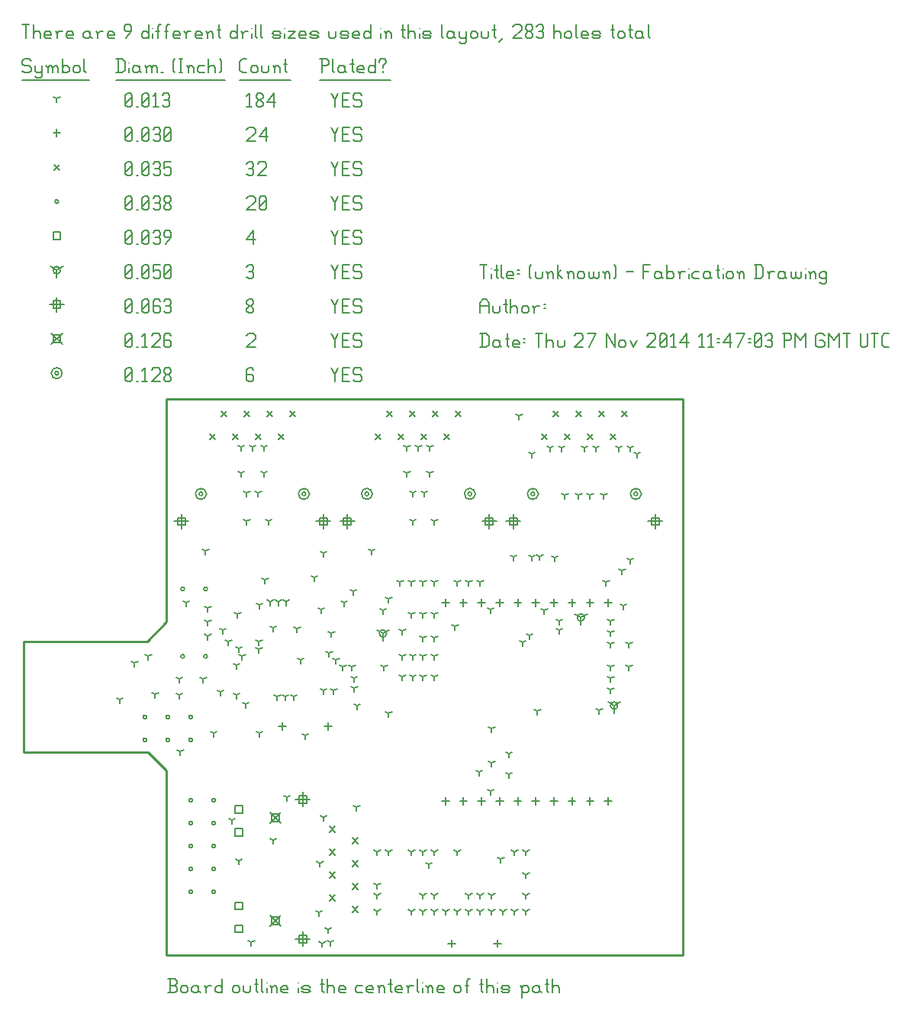
<source format=gbr>
G04 start of page 12 for group -3984 idx -3984 *
G04 Title: (unknown), fab *
G04 Creator: pcb 1.99z *
G04 CreationDate: Thu 27 Nov 2014 11:47:03 PM GMT UTC *
G04 For: commonadmin *
G04 Format: Gerber/RS-274X *
G04 PCB-Dimensions (mil): 3000.00 2500.00 *
G04 PCB-Coordinate-Origin: lower left *
%MOIN*%
%FSLAX25Y25*%
%LNFAB*%
%ADD150C,0.0100*%
%ADD149C,0.0075*%
%ADD148C,0.0060*%
%ADD147C,0.0080*%
G54D147*X77200Y208500D02*G75*G03X78800Y208500I800J0D01*G01*
G75*G03X77200Y208500I-800J0D01*G01*
X75600D02*G75*G03X80400Y208500I2400J0D01*G01*
G75*G03X75600Y208500I-2400J0D01*G01*
X122200D02*G75*G03X123800Y208500I800J0D01*G01*
G75*G03X122200Y208500I-800J0D01*G01*
X120600D02*G75*G03X125400Y208500I2400J0D01*G01*
G75*G03X120600Y208500I-2400J0D01*G01*
X149700D02*G75*G03X151300Y208500I800J0D01*G01*
G75*G03X149700Y208500I-800J0D01*G01*
X148100D02*G75*G03X152900Y208500I2400J0D01*G01*
G75*G03X148100Y208500I-2400J0D01*G01*
X194700D02*G75*G03X196300Y208500I800J0D01*G01*
G75*G03X194700Y208500I-800J0D01*G01*
X193100D02*G75*G03X197900Y208500I2400J0D01*G01*
G75*G03X193100Y208500I-2400J0D01*G01*
X222200D02*G75*G03X223800Y208500I800J0D01*G01*
G75*G03X222200Y208500I-800J0D01*G01*
X220600D02*G75*G03X225400Y208500I2400J0D01*G01*
G75*G03X220600Y208500I-2400J0D01*G01*
X267200D02*G75*G03X268800Y208500I800J0D01*G01*
G75*G03X267200Y208500I-800J0D01*G01*
X265600D02*G75*G03X270400Y208500I2400J0D01*G01*
G75*G03X265600Y208500I-2400J0D01*G01*
X14200Y261250D02*G75*G03X15800Y261250I800J0D01*G01*
G75*G03X14200Y261250I-800J0D01*G01*
X12600D02*G75*G03X17400Y261250I2400J0D01*G01*
G75*G03X12600Y261250I-2400J0D01*G01*
G54D148*X135000Y263500D02*X136500Y260500D01*
X138000Y263500D01*
X136500Y260500D02*Y257500D01*
X139800Y260800D02*X142050D01*
X139800Y257500D02*X142800D01*
X139800Y263500D02*Y257500D01*
Y263500D02*X142800D01*
X147600D02*X148350Y262750D01*
X145350Y263500D02*X147600D01*
X144600Y262750D02*X145350Y263500D01*
X144600Y262750D02*Y261250D01*
X145350Y260500D01*
X147600D01*
X148350Y259750D01*
Y258250D01*
X147600Y257500D02*X148350Y258250D01*
X145350Y257500D02*X147600D01*
X144600Y258250D02*X145350Y257500D01*
X100250Y263500D02*X101000Y262750D01*
X98750Y263500D02*X100250D01*
X98000Y262750D02*X98750Y263500D01*
X98000Y262750D02*Y258250D01*
X98750Y257500D01*
X100250Y260800D02*X101000Y260050D01*
X98000Y260800D02*X100250D01*
X98750Y257500D02*X100250D01*
X101000Y258250D01*
Y260050D02*Y258250D01*
X45000D02*X45750Y257500D01*
X45000Y262750D02*Y258250D01*
Y262750D02*X45750Y263500D01*
X47250D01*
X48000Y262750D01*
Y258250D01*
X47250Y257500D02*X48000Y258250D01*
X45750Y257500D02*X47250D01*
X45000Y259000D02*X48000Y262000D01*
X49800Y257500D02*X50550D01*
X52350Y262300D02*X53550Y263500D01*
Y257500D01*
X52350D02*X54600D01*
X56400Y262750D02*X57150Y263500D01*
X59400D01*
X60150Y262750D01*
Y261250D01*
X56400Y257500D02*X60150Y261250D01*
X56400Y257500D02*X60150D01*
X61950Y258250D02*X62700Y257500D01*
X61950Y259450D02*Y258250D01*
Y259450D02*X63000Y260500D01*
X63900D01*
X64950Y259450D01*
Y258250D01*
X64200Y257500D02*X64950Y258250D01*
X62700Y257500D02*X64200D01*
X61950Y261550D02*X63000Y260500D01*
X61950Y262750D02*Y261550D01*
Y262750D02*X62700Y263500D01*
X64200D01*
X64950Y262750D01*
Y261550D01*
X63900Y260500D02*X64950Y261550D01*
X108100Y69400D02*X112900Y64600D01*
X108100D02*X112900Y69400D01*
X108900Y68600D02*X112100D01*
X108900D02*Y65400D01*
X112100D01*
Y68600D02*Y65400D01*
X108100Y24400D02*X112900Y19600D01*
X108100D02*X112900Y24400D01*
X108900Y23600D02*X112100D01*
X108900D02*Y20400D01*
X112100D01*
Y23600D02*Y20400D01*
X12600Y278650D02*X17400Y273850D01*
X12600D02*X17400Y278650D01*
X13400Y277850D02*X16600D01*
X13400D02*Y274650D01*
X16600D01*
Y277850D02*Y274650D01*
X135000Y278500D02*X136500Y275500D01*
X138000Y278500D01*
X136500Y275500D02*Y272500D01*
X139800Y275800D02*X142050D01*
X139800Y272500D02*X142800D01*
X139800Y278500D02*Y272500D01*
Y278500D02*X142800D01*
X147600D02*X148350Y277750D01*
X145350Y278500D02*X147600D01*
X144600Y277750D02*X145350Y278500D01*
X144600Y277750D02*Y276250D01*
X145350Y275500D01*
X147600D01*
X148350Y274750D01*
Y273250D01*
X147600Y272500D02*X148350Y273250D01*
X145350Y272500D02*X147600D01*
X144600Y273250D02*X145350Y272500D01*
X98000Y277750D02*X98750Y278500D01*
X101000D01*
X101750Y277750D01*
Y276250D01*
X98000Y272500D02*X101750Y276250D01*
X98000Y272500D02*X101750D01*
X45000Y273250D02*X45750Y272500D01*
X45000Y277750D02*Y273250D01*
Y277750D02*X45750Y278500D01*
X47250D01*
X48000Y277750D01*
Y273250D01*
X47250Y272500D02*X48000Y273250D01*
X45750Y272500D02*X47250D01*
X45000Y274000D02*X48000Y277000D01*
X49800Y272500D02*X50550D01*
X52350Y277300D02*X53550Y278500D01*
Y272500D01*
X52350D02*X54600D01*
X56400Y277750D02*X57150Y278500D01*
X59400D01*
X60150Y277750D01*
Y276250D01*
X56400Y272500D02*X60150Y276250D01*
X56400Y272500D02*X60150D01*
X64200Y278500D02*X64950Y277750D01*
X62700Y278500D02*X64200D01*
X61950Y277750D02*X62700Y278500D01*
X61950Y277750D02*Y273250D01*
X62700Y272500D01*
X64200Y275800D02*X64950Y275050D01*
X61950Y275800D02*X64200D01*
X62700Y272500D02*X64200D01*
X64950Y273250D01*
Y275050D02*Y273250D01*
X122508Y78231D02*Y71831D01*
X119308Y75031D02*X125708D01*
X120908Y76631D02*X124108D01*
X120908D02*Y73431D01*
X124108D01*
Y76631D02*Y73431D01*
X122508Y17208D02*Y10808D01*
X119308Y14008D02*X125708D01*
X120908Y15608D02*X124108D01*
X120908D02*Y12408D01*
X124108D01*
Y15608D02*Y12408D01*
X69457Y199692D02*Y193292D01*
X66257Y196492D02*X72657D01*
X67857Y198092D02*X71057D01*
X67857D02*Y194892D01*
X71057D01*
Y198092D02*Y194892D01*
X131465Y199692D02*Y193292D01*
X128265Y196492D02*X134665D01*
X129865Y198092D02*X133065D01*
X129865D02*Y194892D01*
X133065D01*
Y198092D02*Y194892D01*
X141957Y199692D02*Y193292D01*
X138757Y196492D02*X145157D01*
X140357Y198092D02*X143557D01*
X140357D02*Y194892D01*
X143557D01*
Y198092D02*Y194892D01*
X203965Y199692D02*Y193292D01*
X200765Y196492D02*X207165D01*
X202365Y198092D02*X205565D01*
X202365D02*Y194892D01*
X205565D01*
Y198092D02*Y194892D01*
X214457Y199692D02*Y193292D01*
X211257Y196492D02*X217657D01*
X212857Y198092D02*X216057D01*
X212857D02*Y194892D01*
X216057D01*
Y198092D02*Y194892D01*
X276465Y199692D02*Y193292D01*
X273265Y196492D02*X279665D01*
X274865Y198092D02*X278065D01*
X274865D02*Y194892D01*
X278065D01*
Y198092D02*Y194892D01*
X15000Y294450D02*Y288050D01*
X11800Y291250D02*X18200D01*
X13400Y292850D02*X16600D01*
X13400D02*Y289650D01*
X16600D01*
Y292850D02*Y289650D01*
X135000Y293500D02*X136500Y290500D01*
X138000Y293500D01*
X136500Y290500D02*Y287500D01*
X139800Y290800D02*X142050D01*
X139800Y287500D02*X142800D01*
X139800Y293500D02*Y287500D01*
Y293500D02*X142800D01*
X147600D02*X148350Y292750D01*
X145350Y293500D02*X147600D01*
X144600Y292750D02*X145350Y293500D01*
X144600Y292750D02*Y291250D01*
X145350Y290500D01*
X147600D01*
X148350Y289750D01*
Y288250D01*
X147600Y287500D02*X148350Y288250D01*
X145350Y287500D02*X147600D01*
X144600Y288250D02*X145350Y287500D01*
X98000Y288250D02*X98750Y287500D01*
X98000Y289450D02*Y288250D01*
Y289450D02*X99050Y290500D01*
X99950D01*
X101000Y289450D01*
Y288250D01*
X100250Y287500D02*X101000Y288250D01*
X98750Y287500D02*X100250D01*
X98000Y291550D02*X99050Y290500D01*
X98000Y292750D02*Y291550D01*
Y292750D02*X98750Y293500D01*
X100250D01*
X101000Y292750D01*
Y291550D01*
X99950Y290500D02*X101000Y291550D01*
X45000Y288250D02*X45750Y287500D01*
X45000Y292750D02*Y288250D01*
Y292750D02*X45750Y293500D01*
X47250D01*
X48000Y292750D01*
Y288250D01*
X47250Y287500D02*X48000Y288250D01*
X45750Y287500D02*X47250D01*
X45000Y289000D02*X48000Y292000D01*
X49800Y287500D02*X50550D01*
X52350Y288250D02*X53100Y287500D01*
X52350Y292750D02*Y288250D01*
Y292750D02*X53100Y293500D01*
X54600D01*
X55350Y292750D01*
Y288250D01*
X54600Y287500D02*X55350Y288250D01*
X53100Y287500D02*X54600D01*
X52350Y289000D02*X55350Y292000D01*
X59400Y293500D02*X60150Y292750D01*
X57900Y293500D02*X59400D01*
X57150Y292750D02*X57900Y293500D01*
X57150Y292750D02*Y288250D01*
X57900Y287500D01*
X59400Y290800D02*X60150Y290050D01*
X57150Y290800D02*X59400D01*
X57900Y287500D02*X59400D01*
X60150Y288250D01*
Y290050D02*Y288250D01*
X61950Y292750D02*X62700Y293500D01*
X64200D01*
X64950Y292750D01*
X64200Y287500D02*X64950Y288250D01*
X62700Y287500D02*X64200D01*
X61950Y288250D02*X62700Y287500D01*
Y290800D02*X64200D01*
X64950Y292750D02*Y291550D01*
Y290050D02*Y288250D01*
Y290050D02*X64200Y290800D01*
X64950Y291550D02*X64200Y290800D01*
X258500Y116000D02*Y112800D01*
Y116000D02*X261273Y117600D01*
X258500Y116000D02*X255727Y117600D01*
X256900Y116000D02*G75*G03X260100Y116000I1600J0D01*G01*
G75*G03X256900Y116000I-1600J0D01*G01*
X157500Y147500D02*Y144300D01*
Y147500D02*X160273Y149100D01*
X157500Y147500D02*X154727Y149100D01*
X155900Y147500D02*G75*G03X159100Y147500I1600J0D01*G01*
G75*G03X155900Y147500I-1600J0D01*G01*
X244000Y154500D02*Y151300D01*
Y154500D02*X246773Y156100D01*
X244000Y154500D02*X241227Y156100D01*
X242400Y154500D02*G75*G03X245600Y154500I1600J0D01*G01*
G75*G03X242400Y154500I-1600J0D01*G01*
X15000Y306250D02*Y303050D01*
Y306250D02*X17773Y307850D01*
X15000Y306250D02*X12227Y307850D01*
X13400Y306250D02*G75*G03X16600Y306250I1600J0D01*G01*
G75*G03X13400Y306250I-1600J0D01*G01*
X135000Y308500D02*X136500Y305500D01*
X138000Y308500D01*
X136500Y305500D02*Y302500D01*
X139800Y305800D02*X142050D01*
X139800Y302500D02*X142800D01*
X139800Y308500D02*Y302500D01*
Y308500D02*X142800D01*
X147600D02*X148350Y307750D01*
X145350Y308500D02*X147600D01*
X144600Y307750D02*X145350Y308500D01*
X144600Y307750D02*Y306250D01*
X145350Y305500D01*
X147600D01*
X148350Y304750D01*
Y303250D01*
X147600Y302500D02*X148350Y303250D01*
X145350Y302500D02*X147600D01*
X144600Y303250D02*X145350Y302500D01*
X98000Y307750D02*X98750Y308500D01*
X100250D01*
X101000Y307750D01*
X100250Y302500D02*X101000Y303250D01*
X98750Y302500D02*X100250D01*
X98000Y303250D02*X98750Y302500D01*
Y305800D02*X100250D01*
X101000Y307750D02*Y306550D01*
Y305050D02*Y303250D01*
Y305050D02*X100250Y305800D01*
X101000Y306550D02*X100250Y305800D01*
X45000Y303250D02*X45750Y302500D01*
X45000Y307750D02*Y303250D01*
Y307750D02*X45750Y308500D01*
X47250D01*
X48000Y307750D01*
Y303250D01*
X47250Y302500D02*X48000Y303250D01*
X45750Y302500D02*X47250D01*
X45000Y304000D02*X48000Y307000D01*
X49800Y302500D02*X50550D01*
X52350Y303250D02*X53100Y302500D01*
X52350Y307750D02*Y303250D01*
Y307750D02*X53100Y308500D01*
X54600D01*
X55350Y307750D01*
Y303250D01*
X54600Y302500D02*X55350Y303250D01*
X53100Y302500D02*X54600D01*
X52350Y304000D02*X55350Y307000D01*
X57150Y308500D02*X60150D01*
X57150D02*Y305500D01*
X57900Y306250D01*
X59400D01*
X60150Y305500D01*
Y303250D01*
X59400Y302500D02*X60150Y303250D01*
X57900Y302500D02*X59400D01*
X57150Y303250D02*X57900Y302500D01*
X61950Y303250D02*X62700Y302500D01*
X61950Y307750D02*Y303250D01*
Y307750D02*X62700Y308500D01*
X64200D01*
X64950Y307750D01*
Y303250D01*
X64200Y302500D02*X64950Y303250D01*
X62700Y302500D02*X64200D01*
X61950Y304000D02*X64950Y307000D01*
X92916Y72222D02*X96116D01*
X92916D02*Y69022D01*
X96116D01*
Y72222D02*Y69022D01*
X92916Y20017D02*X96116D01*
X92916D02*Y16817D01*
X96116D01*
Y20017D02*Y16817D01*
X92916Y62222D02*X96116D01*
X92916D02*Y59022D01*
X96116D01*
Y62222D02*Y59022D01*
X92916Y30017D02*X96116D01*
X92916D02*Y26817D01*
X96116D01*
Y30017D02*Y26817D01*
X13400Y322850D02*X16600D01*
X13400D02*Y319650D01*
X16600D01*
Y322850D02*Y319650D01*
X135000Y323500D02*X136500Y320500D01*
X138000Y323500D01*
X136500Y320500D02*Y317500D01*
X139800Y320800D02*X142050D01*
X139800Y317500D02*X142800D01*
X139800Y323500D02*Y317500D01*
Y323500D02*X142800D01*
X147600D02*X148350Y322750D01*
X145350Y323500D02*X147600D01*
X144600Y322750D02*X145350Y323500D01*
X144600Y322750D02*Y321250D01*
X145350Y320500D01*
X147600D01*
X148350Y319750D01*
Y318250D01*
X147600Y317500D02*X148350Y318250D01*
X145350Y317500D02*X147600D01*
X144600Y318250D02*X145350Y317500D01*
X98000Y319750D02*X101000Y323500D01*
X98000Y319750D02*X101750D01*
X101000Y323500D02*Y317500D01*
X45000Y318250D02*X45750Y317500D01*
X45000Y322750D02*Y318250D01*
Y322750D02*X45750Y323500D01*
X47250D01*
X48000Y322750D01*
Y318250D01*
X47250Y317500D02*X48000Y318250D01*
X45750Y317500D02*X47250D01*
X45000Y319000D02*X48000Y322000D01*
X49800Y317500D02*X50550D01*
X52350Y318250D02*X53100Y317500D01*
X52350Y322750D02*Y318250D01*
Y322750D02*X53100Y323500D01*
X54600D01*
X55350Y322750D01*
Y318250D01*
X54600Y317500D02*X55350Y318250D01*
X53100Y317500D02*X54600D01*
X52350Y319000D02*X55350Y322000D01*
X57150Y322750D02*X57900Y323500D01*
X59400D01*
X60150Y322750D01*
X59400Y317500D02*X60150Y318250D01*
X57900Y317500D02*X59400D01*
X57150Y318250D02*X57900Y317500D01*
Y320800D02*X59400D01*
X60150Y322750D02*Y321550D01*
Y320050D02*Y318250D01*
Y320050D02*X59400Y320800D01*
X60150Y321550D02*X59400Y320800D01*
X62700Y317500D02*X64950Y320500D01*
Y322750D02*Y320500D01*
X64200Y323500D02*X64950Y322750D01*
X62700Y323500D02*X64200D01*
X61950Y322750D02*X62700Y323500D01*
X61950Y322750D02*Y321250D01*
X62700Y320500D01*
X64950D01*
X69200Y137500D02*G75*G03X70800Y137500I800J0D01*G01*
G75*G03X69200Y137500I-800J0D01*G01*
X79200D02*G75*G03X80800Y137500I800J0D01*G01*
G75*G03X79200Y137500I-800J0D01*G01*
X69200Y167000D02*G75*G03X70800Y167000I800J0D01*G01*
G75*G03X69200Y167000I-800J0D01*G01*
X79200D02*G75*G03X80800Y167000I800J0D01*G01*
G75*G03X79200Y167000I-800J0D01*G01*
X72700Y111000D02*G75*G03X74300Y111000I800J0D01*G01*
G75*G03X72700Y111000I-800J0D01*G01*
Y101000D02*G75*G03X74300Y101000I800J0D01*G01*
G75*G03X72700Y101000I-800J0D01*G01*
X62700Y111000D02*G75*G03X64300Y111000I800J0D01*G01*
G75*G03X62700Y111000I-800J0D01*G01*
Y101000D02*G75*G03X64300Y101000I800J0D01*G01*
G75*G03X62700Y101000I-800J0D01*G01*
X52700Y111000D02*G75*G03X54300Y111000I800J0D01*G01*
G75*G03X52700Y111000I-800J0D01*G01*
Y101000D02*G75*G03X54300Y101000I800J0D01*G01*
G75*G03X52700Y101000I-800J0D01*G01*
X72716Y74622D02*G75*G03X74316Y74622I800J0D01*G01*
G75*G03X72716Y74622I-800J0D01*G01*
Y64622D02*G75*G03X74316Y64622I800J0D01*G01*
G75*G03X72716Y64622I-800J0D01*G01*
Y54622D02*G75*G03X74316Y54622I800J0D01*G01*
G75*G03X72716Y54622I-800J0D01*G01*
Y44622D02*G75*G03X74316Y44622I800J0D01*G01*
G75*G03X72716Y44622I-800J0D01*G01*
Y34622D02*G75*G03X74316Y34622I800J0D01*G01*
G75*G03X72716Y34622I-800J0D01*G01*
X82716D02*G75*G03X84316Y34622I800J0D01*G01*
G75*G03X82716Y34622I-800J0D01*G01*
Y44622D02*G75*G03X84316Y44622I800J0D01*G01*
G75*G03X82716Y44622I-800J0D01*G01*
Y54622D02*G75*G03X84316Y54622I800J0D01*G01*
G75*G03X82716Y54622I-800J0D01*G01*
Y64622D02*G75*G03X84316Y64622I800J0D01*G01*
G75*G03X82716Y64622I-800J0D01*G01*
Y74622D02*G75*G03X84316Y74622I800J0D01*G01*
G75*G03X82716Y74622I-800J0D01*G01*
X14200Y336250D02*G75*G03X15800Y336250I800J0D01*G01*
G75*G03X14200Y336250I-800J0D01*G01*
X135000Y338500D02*X136500Y335500D01*
X138000Y338500D01*
X136500Y335500D02*Y332500D01*
X139800Y335800D02*X142050D01*
X139800Y332500D02*X142800D01*
X139800Y338500D02*Y332500D01*
Y338500D02*X142800D01*
X147600D02*X148350Y337750D01*
X145350Y338500D02*X147600D01*
X144600Y337750D02*X145350Y338500D01*
X144600Y337750D02*Y336250D01*
X145350Y335500D01*
X147600D01*
X148350Y334750D01*
Y333250D01*
X147600Y332500D02*X148350Y333250D01*
X145350Y332500D02*X147600D01*
X144600Y333250D02*X145350Y332500D01*
X98000Y337750D02*X98750Y338500D01*
X101000D01*
X101750Y337750D01*
Y336250D01*
X98000Y332500D02*X101750Y336250D01*
X98000Y332500D02*X101750D01*
X103550Y333250D02*X104300Y332500D01*
X103550Y337750D02*Y333250D01*
Y337750D02*X104300Y338500D01*
X105800D01*
X106550Y337750D01*
Y333250D01*
X105800Y332500D02*X106550Y333250D01*
X104300Y332500D02*X105800D01*
X103550Y334000D02*X106550Y337000D01*
X45000Y333250D02*X45750Y332500D01*
X45000Y337750D02*Y333250D01*
Y337750D02*X45750Y338500D01*
X47250D01*
X48000Y337750D01*
Y333250D01*
X47250Y332500D02*X48000Y333250D01*
X45750Y332500D02*X47250D01*
X45000Y334000D02*X48000Y337000D01*
X49800Y332500D02*X50550D01*
X52350Y333250D02*X53100Y332500D01*
X52350Y337750D02*Y333250D01*
Y337750D02*X53100Y338500D01*
X54600D01*
X55350Y337750D01*
Y333250D01*
X54600Y332500D02*X55350Y333250D01*
X53100Y332500D02*X54600D01*
X52350Y334000D02*X55350Y337000D01*
X57150Y337750D02*X57900Y338500D01*
X59400D01*
X60150Y337750D01*
X59400Y332500D02*X60150Y333250D01*
X57900Y332500D02*X59400D01*
X57150Y333250D02*X57900Y332500D01*
Y335800D02*X59400D01*
X60150Y337750D02*Y336550D01*
Y335050D02*Y333250D01*
Y335050D02*X59400Y335800D01*
X60150Y336550D02*X59400Y335800D01*
X61950Y333250D02*X62700Y332500D01*
X61950Y334450D02*Y333250D01*
Y334450D02*X63000Y335500D01*
X63900D01*
X64950Y334450D01*
Y333250D01*
X64200Y332500D02*X64950Y333250D01*
X62700Y332500D02*X64200D01*
X61950Y336550D02*X63000Y335500D01*
X61950Y337750D02*Y336550D01*
Y337750D02*X62700Y338500D01*
X64200D01*
X64950Y337750D01*
Y336550D01*
X63900Y335500D02*X64950Y336550D01*
X144300Y58200D02*X146700Y55800D01*
X144300D02*X146700Y58200D01*
X144300Y48200D02*X146700Y45800D01*
X144300D02*X146700Y48200D01*
X144300Y38200D02*X146700Y35800D01*
X144300D02*X146700Y38200D01*
X144300Y28200D02*X146700Y25800D01*
X144300D02*X146700Y28200D01*
X134300Y63200D02*X136700Y60800D01*
X134300D02*X136700Y63200D01*
X134300Y53200D02*X136700Y50800D01*
X134300D02*X136700Y53200D01*
X134300Y43200D02*X136700Y40800D01*
X134300D02*X136700Y43200D01*
X134300Y33200D02*X136700Y30800D01*
X134300D02*X136700Y33200D01*
X86800Y244700D02*X89200Y242300D01*
X86800D02*X89200Y244700D01*
X96800D02*X99200Y242300D01*
X96800D02*X99200Y244700D01*
X106800D02*X109200Y242300D01*
X106800D02*X109200Y244700D01*
X116800D02*X119200Y242300D01*
X116800D02*X119200Y244700D01*
X81800Y234700D02*X84200Y232300D01*
X81800D02*X84200Y234700D01*
X91800D02*X94200Y232300D01*
X91800D02*X94200Y234700D01*
X101800D02*X104200Y232300D01*
X101800D02*X104200Y234700D01*
X111800D02*X114200Y232300D01*
X111800D02*X114200Y234700D01*
X159300Y244700D02*X161700Y242300D01*
X159300D02*X161700Y244700D01*
X169300D02*X171700Y242300D01*
X169300D02*X171700Y244700D01*
X179300D02*X181700Y242300D01*
X179300D02*X181700Y244700D01*
X189300D02*X191700Y242300D01*
X189300D02*X191700Y244700D01*
X154300Y234700D02*X156700Y232300D01*
X154300D02*X156700Y234700D01*
X164300D02*X166700Y232300D01*
X164300D02*X166700Y234700D01*
X174300D02*X176700Y232300D01*
X174300D02*X176700Y234700D01*
X184300D02*X186700Y232300D01*
X184300D02*X186700Y234700D01*
X231800Y244700D02*X234200Y242300D01*
X231800D02*X234200Y244700D01*
X241800D02*X244200Y242300D01*
X241800D02*X244200Y244700D01*
X251800D02*X254200Y242300D01*
X251800D02*X254200Y244700D01*
X261800D02*X264200Y242300D01*
X261800D02*X264200Y244700D01*
X226800Y234700D02*X229200Y232300D01*
X226800D02*X229200Y234700D01*
X236800D02*X239200Y232300D01*
X236800D02*X239200Y234700D01*
X246800D02*X249200Y232300D01*
X246800D02*X249200Y234700D01*
X256800D02*X259200Y232300D01*
X256800D02*X259200Y234700D01*
X13800Y352450D02*X16200Y350050D01*
X13800D02*X16200Y352450D01*
X135000Y353500D02*X136500Y350500D01*
X138000Y353500D01*
X136500Y350500D02*Y347500D01*
X139800Y350800D02*X142050D01*
X139800Y347500D02*X142800D01*
X139800Y353500D02*Y347500D01*
Y353500D02*X142800D01*
X147600D02*X148350Y352750D01*
X145350Y353500D02*X147600D01*
X144600Y352750D02*X145350Y353500D01*
X144600Y352750D02*Y351250D01*
X145350Y350500D01*
X147600D01*
X148350Y349750D01*
Y348250D01*
X147600Y347500D02*X148350Y348250D01*
X145350Y347500D02*X147600D01*
X144600Y348250D02*X145350Y347500D01*
X98000Y352750D02*X98750Y353500D01*
X100250D01*
X101000Y352750D01*
X100250Y347500D02*X101000Y348250D01*
X98750Y347500D02*X100250D01*
X98000Y348250D02*X98750Y347500D01*
Y350800D02*X100250D01*
X101000Y352750D02*Y351550D01*
Y350050D02*Y348250D01*
Y350050D02*X100250Y350800D01*
X101000Y351550D02*X100250Y350800D01*
X102800Y352750D02*X103550Y353500D01*
X105800D01*
X106550Y352750D01*
Y351250D01*
X102800Y347500D02*X106550Y351250D01*
X102800Y347500D02*X106550D01*
X45000Y348250D02*X45750Y347500D01*
X45000Y352750D02*Y348250D01*
Y352750D02*X45750Y353500D01*
X47250D01*
X48000Y352750D01*
Y348250D01*
X47250Y347500D02*X48000Y348250D01*
X45750Y347500D02*X47250D01*
X45000Y349000D02*X48000Y352000D01*
X49800Y347500D02*X50550D01*
X52350Y348250D02*X53100Y347500D01*
X52350Y352750D02*Y348250D01*
Y352750D02*X53100Y353500D01*
X54600D01*
X55350Y352750D01*
Y348250D01*
X54600Y347500D02*X55350Y348250D01*
X53100Y347500D02*X54600D01*
X52350Y349000D02*X55350Y352000D01*
X57150Y352750D02*X57900Y353500D01*
X59400D01*
X60150Y352750D01*
X59400Y347500D02*X60150Y348250D01*
X57900Y347500D02*X59400D01*
X57150Y348250D02*X57900Y347500D01*
Y350800D02*X59400D01*
X60150Y352750D02*Y351550D01*
Y350050D02*Y348250D01*
Y350050D02*X59400Y350800D01*
X60150Y351550D02*X59400Y350800D01*
X61950Y353500D02*X64950D01*
X61950D02*Y350500D01*
X62700Y351250D01*
X64200D01*
X64950Y350500D01*
Y348250D01*
X64200Y347500D02*X64950Y348250D01*
X62700Y347500D02*X64200D01*
X61950Y348250D02*X62700Y347500D01*
X113500Y108600D02*Y105400D01*
X111900Y107000D02*X115100D01*
X133500Y108600D02*Y105400D01*
X131900Y107000D02*X135100D01*
X255900Y162600D02*Y159400D01*
X254300Y161000D02*X257500D01*
X255900Y76000D02*Y72800D01*
X254300Y74400D02*X257500D01*
X248000Y162600D02*Y159400D01*
X246400Y161000D02*X249600D01*
X248000Y76000D02*Y72800D01*
X246400Y74400D02*X249600D01*
X240100Y162600D02*Y159400D01*
X238500Y161000D02*X241700D01*
X240100Y76000D02*Y72800D01*
X238500Y74400D02*X241700D01*
X232200Y162600D02*Y159400D01*
X230600Y161000D02*X233800D01*
X232200Y76000D02*Y72800D01*
X230600Y74400D02*X233800D01*
X224300Y162600D02*Y159400D01*
X222700Y161000D02*X225900D01*
X224300Y76000D02*Y72800D01*
X222700Y74400D02*X225900D01*
X216400Y162600D02*Y159400D01*
X214800Y161000D02*X218000D01*
X216400Y76000D02*Y72800D01*
X214800Y74400D02*X218000D01*
X208500Y162600D02*Y159400D01*
X206900Y161000D02*X210100D01*
X208500Y76000D02*Y72800D01*
X206900Y74400D02*X210100D01*
X200600Y162600D02*Y159400D01*
X199000Y161000D02*X202200D01*
X200600Y76000D02*Y72800D01*
X199000Y74400D02*X202200D01*
X192700Y162600D02*Y159400D01*
X191100Y161000D02*X194300D01*
X192700Y76000D02*Y72800D01*
X191100Y74400D02*X194300D01*
X184800Y162600D02*Y159400D01*
X183200Y161000D02*X186400D01*
X184800Y76000D02*Y72800D01*
X183200Y74400D02*X186400D01*
X187516Y13722D02*Y10522D01*
X185916Y12122D02*X189116D01*
X207516Y13722D02*Y10522D01*
X205916Y12122D02*X209116D01*
X15000Y367850D02*Y364650D01*
X13400Y366250D02*X16600D01*
X135000Y368500D02*X136500Y365500D01*
X138000Y368500D01*
X136500Y365500D02*Y362500D01*
X139800Y365800D02*X142050D01*
X139800Y362500D02*X142800D01*
X139800Y368500D02*Y362500D01*
Y368500D02*X142800D01*
X147600D02*X148350Y367750D01*
X145350Y368500D02*X147600D01*
X144600Y367750D02*X145350Y368500D01*
X144600Y367750D02*Y366250D01*
X145350Y365500D01*
X147600D01*
X148350Y364750D01*
Y363250D01*
X147600Y362500D02*X148350Y363250D01*
X145350Y362500D02*X147600D01*
X144600Y363250D02*X145350Y362500D01*
X98000Y367750D02*X98750Y368500D01*
X101000D01*
X101750Y367750D01*
Y366250D01*
X98000Y362500D02*X101750Y366250D01*
X98000Y362500D02*X101750D01*
X103550Y364750D02*X106550Y368500D01*
X103550Y364750D02*X107300D01*
X106550Y368500D02*Y362500D01*
X45000Y363250D02*X45750Y362500D01*
X45000Y367750D02*Y363250D01*
Y367750D02*X45750Y368500D01*
X47250D01*
X48000Y367750D01*
Y363250D01*
X47250Y362500D02*X48000Y363250D01*
X45750Y362500D02*X47250D01*
X45000Y364000D02*X48000Y367000D01*
X49800Y362500D02*X50550D01*
X52350Y363250D02*X53100Y362500D01*
X52350Y367750D02*Y363250D01*
Y367750D02*X53100Y368500D01*
X54600D01*
X55350Y367750D01*
Y363250D01*
X54600Y362500D02*X55350Y363250D01*
X53100Y362500D02*X54600D01*
X52350Y364000D02*X55350Y367000D01*
X57150Y367750D02*X57900Y368500D01*
X59400D01*
X60150Y367750D01*
X59400Y362500D02*X60150Y363250D01*
X57900Y362500D02*X59400D01*
X57150Y363250D02*X57900Y362500D01*
Y365800D02*X59400D01*
X60150Y367750D02*Y366550D01*
Y365050D02*Y363250D01*
Y365050D02*X59400Y365800D01*
X60150Y366550D02*X59400Y365800D01*
X61950Y363250D02*X62700Y362500D01*
X61950Y367750D02*Y363250D01*
Y367750D02*X62700Y368500D01*
X64200D01*
X64950Y367750D01*
Y363250D01*
X64200Y362500D02*X64950Y363250D01*
X62700Y362500D02*X64200D01*
X61950Y364000D02*X64950Y367000D01*
X68500Y127500D02*Y125900D01*
Y127500D02*X69887Y128300D01*
X68500Y127500D02*X67113Y128300D01*
X68500Y120500D02*Y118900D01*
Y120500D02*X69887Y121300D01*
X68500Y120500D02*X67113Y121300D01*
X111752Y161400D02*Y159800D01*
Y161400D02*X113139Y162200D01*
X111752Y161400D02*X110365Y162200D01*
X115152Y161400D02*Y159800D01*
Y161400D02*X116539Y162200D01*
X115152Y161400D02*X113765Y162200D01*
X108352Y161400D02*Y159800D01*
Y161400D02*X109739Y162200D01*
X108352Y161400D02*X106965Y162200D01*
X103352Y144000D02*Y142400D01*
Y144000D02*X104739Y144800D01*
X103352Y144000D02*X101965Y144800D01*
X103352Y140500D02*Y138900D01*
Y140500D02*X104739Y141300D01*
X103352Y140500D02*X101965Y141300D01*
X111352Y120000D02*Y118400D01*
Y120000D02*X112739Y120800D01*
X111352Y120000D02*X109965Y120800D01*
X114852Y120000D02*Y118400D01*
Y120000D02*X116239Y120800D01*
X114852Y120000D02*X113465Y120800D01*
X144852Y128000D02*Y126400D01*
Y128000D02*X146239Y128800D01*
X144852Y128000D02*X143465Y128800D01*
X49000Y134500D02*Y132900D01*
Y134500D02*X50387Y135300D01*
X49000Y134500D02*X47613Y135300D01*
X55000Y137500D02*Y135900D01*
Y137500D02*X56387Y138300D01*
X55000Y137500D02*X53613Y138300D01*
X87500Y149000D02*Y147400D01*
Y149000D02*X88887Y149800D01*
X87500Y149000D02*X86113Y149800D01*
X79000Y127500D02*Y125900D01*
Y127500D02*X80387Y128300D01*
X79000Y127500D02*X77613Y128300D01*
X103500Y160000D02*Y158400D01*
Y160000D02*X104887Y160800D01*
X103500Y160000D02*X102113Y160800D01*
X118500Y120000D02*Y118400D01*
Y120000D02*X119887Y120800D01*
X118500Y120000D02*X117113Y120800D01*
X145000Y123500D02*Y121900D01*
Y123500D02*X146387Y124300D01*
X145000Y123500D02*X143613Y124300D01*
X140500Y161000D02*Y159400D01*
Y161000D02*X141887Y161800D01*
X140500Y161000D02*X139113Y161800D01*
X106000Y171000D02*Y169400D01*
Y171000D02*X107387Y171800D01*
X106000Y171000D02*X104613Y171800D01*
X123500Y103000D02*Y101400D01*
Y103000D02*X124887Y103800D01*
X123500Y103000D02*X122113Y103800D01*
X96000Y137500D02*Y135900D01*
Y137500D02*X97387Y138300D01*
X96000Y137500D02*X94613Y138300D01*
X90000Y144000D02*Y142400D01*
Y144000D02*X91387Y144800D01*
X90000Y144000D02*X88613Y144800D01*
X120000Y149500D02*Y147900D01*
Y149500D02*X121387Y150300D01*
X120000Y149500D02*X118613Y150300D01*
X109500Y150000D02*Y148400D01*
Y150000D02*X110887Y150800D01*
X109500Y150000D02*X108113Y150800D01*
X58000Y121000D02*Y119400D01*
Y121000D02*X59387Y121800D01*
X58000Y121000D02*X56613Y121800D01*
X42500Y118500D02*Y116900D01*
Y118500D02*X43887Y119300D01*
X42500Y118500D02*X41113Y119300D01*
X86500Y122000D02*Y120400D01*
Y122000D02*X87887Y122800D01*
X86500Y122000D02*X85113Y122800D01*
X97500Y116500D02*Y114900D01*
Y116500D02*X98887Y117300D01*
X97500Y116500D02*X96113Y117300D01*
X121500Y136000D02*Y134400D01*
Y136000D02*X122887Y136800D01*
X121500Y136000D02*X120113Y136800D01*
X135000Y147500D02*Y145900D01*
Y147500D02*X136387Y148300D01*
X135000Y147500D02*X133613Y148300D01*
X205000Y106000D02*Y104400D01*
Y106000D02*X206387Y106800D01*
X205000Y106000D02*X203613Y106800D01*
X218500Y143500D02*Y141900D01*
Y143500D02*X219887Y144300D01*
X218500Y143500D02*X217113Y144300D01*
X221500Y146500D02*Y144900D01*
Y146500D02*X222887Y147300D01*
X221500Y146500D02*X220113Y147300D01*
X234500Y153000D02*Y151400D01*
Y153000D02*X235887Y153800D01*
X234500Y153000D02*X233113Y153800D01*
X234500Y149000D02*Y147400D01*
Y149000D02*X235887Y149800D01*
X234500Y149000D02*X233113Y149800D01*
X228000Y157500D02*Y155900D01*
Y157500D02*X229387Y158300D01*
X228000Y157500D02*X226613Y158300D01*
X175000Y128500D02*Y126900D01*
Y128500D02*X176387Y129300D01*
X175000Y128500D02*X173613Y129300D01*
X180000Y128500D02*Y126900D01*
Y128500D02*X181387Y129300D01*
X180000Y128500D02*X178613Y129300D01*
X175000Y137500D02*Y135900D01*
Y137500D02*X176387Y138300D01*
X175000Y137500D02*X173613Y138300D01*
X180000Y137500D02*Y135900D01*
Y137500D02*X181387Y138300D01*
X180000Y137500D02*X178613Y138300D01*
X158000Y133000D02*Y131400D01*
Y133000D02*X159387Y133800D01*
X158000Y133000D02*X156613Y133800D01*
X255000Y170000D02*Y168400D01*
Y170000D02*X256387Y170800D01*
X255000Y170000D02*X253613Y170800D01*
X189000Y150500D02*Y148900D01*
Y150500D02*X190387Y151300D01*
X189000Y150500D02*X187613Y151300D01*
X160000Y112500D02*Y110900D01*
Y112500D02*X161387Y113300D01*
X160000Y112500D02*X158613Y113300D01*
X160000Y162500D02*Y160900D01*
Y162500D02*X161387Y163300D01*
X160000Y162500D02*X158613Y163300D01*
X252000Y114000D02*Y112400D01*
Y114000D02*X253387Y114800D01*
X252000Y114000D02*X250613Y114800D01*
X225000Y113500D02*Y111900D01*
Y113500D02*X226387Y114300D01*
X225000Y113500D02*X223613Y114300D01*
X204500Y158000D02*Y156400D01*
Y158000D02*X205887Y158800D01*
X204500Y158000D02*X203113Y158800D01*
X200000Y170000D02*Y168400D01*
Y170000D02*X201387Y170800D01*
X200000Y170000D02*X198613Y170800D01*
X265000Y143000D02*Y141400D01*
Y143000D02*X266387Y143800D01*
X265000Y143000D02*X263613Y143800D01*
X265000Y133000D02*Y131400D01*
Y133000D02*X266387Y133800D01*
X265000Y133000D02*X263613Y133800D01*
X257000Y133000D02*Y131400D01*
Y133000D02*X258387Y133800D01*
X257000Y133000D02*X255613Y133800D01*
X257000Y143000D02*Y141400D01*
Y143000D02*X258387Y143800D01*
X257000Y143000D02*X255613Y143800D01*
X257000Y153000D02*Y151400D01*
Y153000D02*X258387Y153800D01*
X257000Y153000D02*X255613Y153800D01*
X257000Y123000D02*Y121400D01*
Y123000D02*X258387Y123800D01*
X257000Y123000D02*X255613Y123800D01*
X257000Y128000D02*Y126400D01*
Y128000D02*X258387Y128800D01*
X257000Y128000D02*X255613Y128800D01*
X257000Y148000D02*Y146400D01*
Y148000D02*X258387Y148800D01*
X257000Y148000D02*X255613Y148800D01*
X205000Y91000D02*Y89400D01*
Y91000D02*X206387Y91800D01*
X205000Y91000D02*X203613Y91800D01*
X199500Y87000D02*Y85400D01*
Y87000D02*X200887Y87800D01*
X199500Y87000D02*X198113Y87800D01*
X190000Y170000D02*Y168400D01*
Y170000D02*X191387Y170800D01*
X190000Y170000D02*X188613Y170800D01*
X195000Y170000D02*Y168400D01*
Y170000D02*X196387Y170800D01*
X195000Y170000D02*X193613Y170800D01*
X180000Y145500D02*Y143900D01*
Y145500D02*X181387Y146300D01*
X180000Y145500D02*X178613Y146300D01*
X175000Y145500D02*Y143900D01*
Y145500D02*X176387Y146300D01*
X175000Y145500D02*X173613Y146300D01*
X175000Y156000D02*Y154400D01*
Y156000D02*X176387Y156800D01*
X175000Y156000D02*X173613Y156800D01*
X180000Y156000D02*Y154400D01*
Y156000D02*X181387Y156800D01*
X180000Y156000D02*X178613Y156800D01*
X109516Y57122D02*Y55522D01*
Y57122D02*X110902Y57922D01*
X109516Y57122D02*X108129Y57922D01*
X130016Y47122D02*Y45522D01*
Y47122D02*X131402Y47922D01*
X130016Y47122D02*X128629Y47922D01*
X190016Y52122D02*Y50522D01*
Y52122D02*X191402Y52922D01*
X190016Y52122D02*X188629Y52922D01*
X131516Y67122D02*Y65522D01*
Y67122D02*X132902Y67922D01*
X131516Y67122D02*X130129Y67922D01*
X100016Y12622D02*Y11022D01*
Y12622D02*X101402Y13422D01*
X100016Y12622D02*X98629Y13422D01*
X94516Y48122D02*Y46522D01*
Y48122D02*X95902Y48922D01*
X94516Y48122D02*X93129Y48922D01*
X129516Y25622D02*Y24022D01*
Y25622D02*X130902Y26422D01*
X129516Y25622D02*X128129Y26422D01*
X134516Y12622D02*Y11022D01*
Y12622D02*X135902Y13422D01*
X134516Y12622D02*X133129Y13422D01*
X131016Y12122D02*Y10522D01*
Y12122D02*X132402Y12922D01*
X131016Y12122D02*X129629Y12922D01*
X220016Y52122D02*Y50522D01*
Y52122D02*X221402Y52922D01*
X220016Y52122D02*X218629Y52922D01*
X180016Y52122D02*Y50522D01*
Y52122D02*X181402Y52922D01*
X180016Y52122D02*X178629Y52922D01*
X175016Y52122D02*Y50522D01*
Y52122D02*X176402Y52922D01*
X175016Y52122D02*X173629Y52922D01*
X155016Y52122D02*Y50522D01*
Y52122D02*X156402Y52922D01*
X155016Y52122D02*X153629Y52922D01*
X155016Y26122D02*Y24522D01*
Y26122D02*X156402Y26922D01*
X155016Y26122D02*X153629Y26922D01*
X180016Y26122D02*Y24522D01*
Y26122D02*X181402Y26922D01*
X180016Y26122D02*X178629Y26922D01*
X195016Y26122D02*Y24522D01*
Y26122D02*X196402Y26922D01*
X195016Y26122D02*X193629Y26922D01*
X200016Y26122D02*Y24522D01*
Y26122D02*X201402Y26922D01*
X200016Y26122D02*X198629Y26922D01*
X205016Y26122D02*Y24522D01*
Y26122D02*X206402Y26922D01*
X205016Y26122D02*X203629Y26922D01*
X220016Y26122D02*Y24522D01*
Y26122D02*X221402Y26922D01*
X220016Y26122D02*X218629Y26922D01*
X177516Y46622D02*Y45022D01*
Y46622D02*X178902Y47422D01*
X177516Y46622D02*X176129Y47422D01*
X220016Y42122D02*Y40522D01*
Y42122D02*X221402Y42922D01*
X220016Y42122D02*X218629Y42922D01*
X220016Y33122D02*Y31522D01*
Y33122D02*X221402Y33922D01*
X220016Y33122D02*X218629Y33922D01*
X190016Y26122D02*Y24522D01*
Y26122D02*X191402Y26922D01*
X190016Y26122D02*X188629Y26922D01*
X155016Y33122D02*Y31522D01*
Y33122D02*X156402Y33922D01*
X155016Y33122D02*X153629Y33922D01*
X155016Y37622D02*Y36022D01*
Y37622D02*X156402Y38422D01*
X155016Y37622D02*X153629Y38422D01*
X175016Y26122D02*Y24522D01*
Y26122D02*X176402Y26922D01*
X175016Y26122D02*X173629Y26922D01*
X180016Y33122D02*Y31522D01*
Y33122D02*X181402Y33922D01*
X180016Y33122D02*X178629Y33922D01*
X175016Y33122D02*Y31522D01*
Y33122D02*X176402Y33922D01*
X175016Y33122D02*X173629Y33922D01*
X205016Y33122D02*Y31522D01*
Y33122D02*X206402Y33922D01*
X205016Y33122D02*X203629Y33922D01*
X200016Y33122D02*Y31522D01*
Y33122D02*X201402Y33922D01*
X200016Y33122D02*X198629Y33922D01*
X195016Y33122D02*Y31522D01*
Y33122D02*X196402Y33922D01*
X195016Y33122D02*X193629Y33922D01*
X215016Y52122D02*Y50522D01*
Y52122D02*X216402Y52922D01*
X215016Y52122D02*X213629Y52922D01*
X185016Y26122D02*Y24522D01*
Y26122D02*X186402Y26922D01*
X185016Y26122D02*X183629Y26922D01*
X170016Y52122D02*Y50522D01*
Y52122D02*X171402Y52922D01*
X170016Y52122D02*X168629Y52922D01*
X170016Y26122D02*Y24522D01*
Y26122D02*X171402Y26922D01*
X170016Y26122D02*X168629Y26922D01*
X160016Y52122D02*Y50522D01*
Y52122D02*X161402Y52922D01*
X160016Y52122D02*X158629Y52922D01*
X215016Y26122D02*Y24522D01*
Y26122D02*X216402Y26922D01*
X215016Y26122D02*X213629Y26922D01*
X210016Y26122D02*Y24522D01*
Y26122D02*X211402Y26922D01*
X210016Y26122D02*X208629Y26922D01*
X146016Y71622D02*Y70022D01*
Y71622D02*X147402Y72422D01*
X146016Y71622D02*X144629Y72422D01*
X133516Y18122D02*Y16522D01*
Y18122D02*X134902Y18922D01*
X133516Y18122D02*X132129Y18922D01*
X144000Y133000D02*Y131400D01*
Y133000D02*X145387Y133800D01*
X144000Y133000D02*X142613Y133800D01*
X140000Y133000D02*Y131400D01*
Y133000D02*X141387Y133800D01*
X140000Y133000D02*X138613Y133800D01*
X137000Y136000D02*Y134400D01*
Y136000D02*X138387Y136800D01*
X137000Y136000D02*X135613Y136800D01*
X134000Y139000D02*Y137400D01*
Y139000D02*X135387Y139800D01*
X134000Y139000D02*X132613Y139800D01*
X107500Y196500D02*Y194900D01*
Y196500D02*X108887Y197300D01*
X107500Y196500D02*X106113Y197300D01*
X98000Y196500D02*Y194900D01*
Y196500D02*X99387Y197300D01*
X98000Y196500D02*X96613Y197300D01*
X170500Y196500D02*Y194900D01*
Y196500D02*X171887Y197300D01*
X170500Y196500D02*X169113Y197300D01*
X180000Y196500D02*Y194900D01*
Y196500D02*X181387Y197300D01*
X180000Y196500D02*X178613Y197300D01*
X232500Y180500D02*Y178900D01*
Y180500D02*X233887Y181300D01*
X232500Y180500D02*X231113Y181300D01*
X262000Y175000D02*Y173400D01*
Y175000D02*X263387Y175800D01*
X262000Y175000D02*X260613Y175800D01*
X214500Y180982D02*Y179382D01*
Y180982D02*X215887Y181782D01*
X214500Y180982D02*X213113Y181782D01*
X69000Y96000D02*Y94400D01*
Y96000D02*X70387Y96800D01*
X69000Y96000D02*X67613Y96800D01*
X94500Y141000D02*Y139400D01*
Y141000D02*X95887Y141800D01*
X94500Y141000D02*X93113Y141800D01*
X94000Y156000D02*Y154400D01*
Y156000D02*X95387Y156800D01*
X94000Y156000D02*X92613Y156800D01*
X93500Y133500D02*Y131900D01*
Y133500D02*X94887Y134300D01*
X93500Y133500D02*X92113Y134300D01*
X93500Y120500D02*Y118900D01*
Y120500D02*X94887Y121300D01*
X93500Y120500D02*X92113Y121300D01*
X83500Y104000D02*Y102400D01*
Y104000D02*X84887Y104800D01*
X83500Y104000D02*X82113Y104800D01*
X170500Y128500D02*Y126900D01*
Y128500D02*X171887Y129300D01*
X170500Y128500D02*X169113Y129300D01*
X170500Y137500D02*Y135900D01*
Y137500D02*X171887Y138300D01*
X170500Y137500D02*X169113Y138300D01*
X170000Y156000D02*Y154400D01*
Y156000D02*X171387Y156800D01*
X170000Y156000D02*X168613Y156800D01*
X166000Y128500D02*Y126900D01*
Y128500D02*X167387Y129300D01*
X166000Y128500D02*X164613Y129300D01*
X166000Y137500D02*Y135900D01*
Y137500D02*X167387Y138300D01*
X166000Y137500D02*X164613Y138300D01*
X166000Y148500D02*Y146900D01*
Y148500D02*X167387Y149300D01*
X166000Y148500D02*X164613Y149300D01*
X157500Y157500D02*Y155900D01*
Y157500D02*X158887Y158300D01*
X157500Y157500D02*X156113Y158300D01*
X103500Y104000D02*Y102400D01*
Y104000D02*X104887Y104800D01*
X103500Y104000D02*X102113Y104800D01*
X115500Y76000D02*Y74400D01*
Y76000D02*X116887Y76800D01*
X115500Y76000D02*X114113Y76800D01*
X91500Y66000D02*Y64400D01*
Y66000D02*X92887Y66800D01*
X91500Y66000D02*X90113Y66800D01*
X212500Y95000D02*Y93400D01*
Y95000D02*X213887Y95800D01*
X212500Y95000D02*X211113Y95800D01*
X212500Y86000D02*Y84400D01*
Y86000D02*X213887Y86800D01*
X212500Y86000D02*X211113Y86800D01*
X209000Y49000D02*Y47400D01*
Y49000D02*X210387Y49800D01*
X209000Y49000D02*X207613Y49800D01*
X204500Y78500D02*Y76900D01*
Y78500D02*X205887Y79300D01*
X204500Y78500D02*X203113Y79300D01*
X144500Y166000D02*Y164400D01*
Y166000D02*X145887Y166800D01*
X144500Y166000D02*X143113Y166800D01*
X262500Y159500D02*Y157900D01*
Y159500D02*X263887Y160300D01*
X262500Y159500D02*X261113Y160300D01*
X265500Y179500D02*Y177900D01*
Y179500D02*X266887Y180300D01*
X265500Y179500D02*X264113Y180300D01*
X131500Y182500D02*Y180900D01*
Y182500D02*X132887Y183300D01*
X131500Y182500D02*X130113Y183300D01*
X127500Y172000D02*Y170400D01*
Y172000D02*X128887Y172800D01*
X127500Y172000D02*X126113Y172800D01*
X130500Y158000D02*Y156400D01*
Y158000D02*X131887Y158800D01*
X130500Y158000D02*X129113Y158800D01*
X81000Y152500D02*Y150900D01*
Y152500D02*X82387Y153300D01*
X81000Y152500D02*X79613Y153300D01*
X81000Y146400D02*Y144800D01*
Y146400D02*X82387Y147200D01*
X81000Y146400D02*X79613Y147200D01*
X71500Y161000D02*Y159400D01*
Y161000D02*X72887Y161800D01*
X71500Y161000D02*X70113Y161800D01*
X81000Y158600D02*Y157000D01*
Y158600D02*X82387Y159400D01*
X81000Y158600D02*X79613Y159400D01*
X226000Y181100D02*Y179500D01*
Y181100D02*X227387Y181900D01*
X226000Y181100D02*X224613Y181900D01*
X103000Y209000D02*Y207400D01*
Y209000D02*X104387Y209800D01*
X103000Y209000D02*X101613Y209800D01*
X98000Y209000D02*Y207400D01*
Y209000D02*X99387Y209800D01*
X98000Y209000D02*X96613Y209800D01*
X105500Y229000D02*Y227400D01*
Y229000D02*X106887Y229800D01*
X105500Y229000D02*X104113Y229800D01*
X100500Y229000D02*Y227400D01*
Y229000D02*X101887Y229800D01*
X100500Y229000D02*X99113Y229800D01*
X95500Y229000D02*Y227400D01*
Y229000D02*X96887Y229800D01*
X95500Y229000D02*X94113Y229800D01*
X80000Y183500D02*Y181900D01*
Y183500D02*X81387Y184300D01*
X80000Y183500D02*X78613Y184300D01*
X95500Y217500D02*Y215900D01*
Y217500D02*X96887Y218300D01*
X95500Y217500D02*X94113Y218300D01*
X105500Y217500D02*Y215900D01*
Y217500D02*X106887Y218300D01*
X105500Y217500D02*X104113Y218300D01*
X175500Y209000D02*Y207400D01*
Y209000D02*X176887Y209800D01*
X175500Y209000D02*X174113Y209800D01*
X170500Y209000D02*Y207400D01*
Y209000D02*X171887Y209800D01*
X170500Y209000D02*X169113Y209800D01*
X178000Y229000D02*Y227400D01*
Y229000D02*X179387Y229800D01*
X178000Y229000D02*X176613Y229800D01*
X173000Y229000D02*Y227400D01*
Y229000D02*X174387Y229800D01*
X173000Y229000D02*X171613Y229800D01*
X168000Y229000D02*Y227400D01*
Y229000D02*X169387Y229800D01*
X168000Y229000D02*X166613Y229800D01*
X152500Y183500D02*Y181900D01*
Y183500D02*X153887Y184300D01*
X152500Y183500D02*X151113Y184300D01*
X168000Y217500D02*Y215900D01*
Y217500D02*X169387Y218300D01*
X168000Y217500D02*X166613Y218300D01*
X178000Y217500D02*Y215900D01*
Y217500D02*X179387Y218300D01*
X178000Y217500D02*X176613Y218300D01*
X268500Y226000D02*Y224400D01*
Y226000D02*X269887Y226800D01*
X268500Y226000D02*X267113Y226800D01*
X222500Y226000D02*Y224400D01*
Y226000D02*X223887Y226800D01*
X222500Y226000D02*X221113Y226800D01*
X237000Y208000D02*Y206400D01*
Y208000D02*X238387Y208800D01*
X237000Y208000D02*X235613Y208800D01*
X217000Y242500D02*Y240900D01*
Y242500D02*X218387Y243300D01*
X217000Y242500D02*X215613Y243300D01*
X243000Y208000D02*Y206400D01*
Y208000D02*X244387Y208800D01*
X243000Y208000D02*X241613Y208800D01*
X222500Y181000D02*Y179400D01*
Y181000D02*X223887Y181800D01*
X222500Y181000D02*X221113Y181800D01*
X248000Y208000D02*Y206400D01*
Y208000D02*X249387Y208800D01*
X248000Y208000D02*X246613Y208800D01*
X265500Y228500D02*Y226900D01*
Y228500D02*X266887Y229300D01*
X265500Y228500D02*X264113Y229300D01*
X260500Y228500D02*Y226900D01*
Y228500D02*X261887Y229300D01*
X260500Y228500D02*X259113Y229300D01*
X250500Y228500D02*Y226900D01*
Y228500D02*X251887Y229300D01*
X250500Y228500D02*X249113Y229300D01*
X245500Y228500D02*Y226900D01*
Y228500D02*X246887Y229300D01*
X245500Y228500D02*X244113Y229300D01*
X235500Y228500D02*Y226900D01*
Y228500D02*X236887Y229300D01*
X235500Y228500D02*X234113Y229300D01*
X230500Y228500D02*Y226900D01*
Y228500D02*X231887Y229300D01*
X230500Y228500D02*X229113Y229300D01*
X254000Y208000D02*Y206400D01*
Y208000D02*X255387Y208800D01*
X254000Y208000D02*X252613Y208800D01*
X170000Y170000D02*Y168400D01*
Y170000D02*X171387Y170800D01*
X170000Y170000D02*X168613Y170800D01*
X165000Y170000D02*Y168400D01*
Y170000D02*X166387Y170800D01*
X165000Y170000D02*X163613Y170800D01*
X180000Y170000D02*Y168400D01*
Y170000D02*X181387Y170800D01*
X180000Y170000D02*X178613Y170800D01*
X175000Y170000D02*Y168400D01*
Y170000D02*X176387Y170800D01*
X175000Y170000D02*X173613Y170800D01*
X146315Y115815D02*Y114215D01*
Y115815D02*X147702Y116615D01*
X146315Y115815D02*X144928Y116615D01*
X136000Y122500D02*Y120900D01*
Y122500D02*X137387Y123300D01*
X136000Y122500D02*X134613Y123300D01*
X131500Y122500D02*Y120900D01*
Y122500D02*X132887Y123300D01*
X131500Y122500D02*X130113Y123300D01*
X15000Y381250D02*Y379650D01*
Y381250D02*X16387Y382050D01*
X15000Y381250D02*X13613Y382050D01*
X135000Y383500D02*X136500Y380500D01*
X138000Y383500D01*
X136500Y380500D02*Y377500D01*
X139800Y380800D02*X142050D01*
X139800Y377500D02*X142800D01*
X139800Y383500D02*Y377500D01*
Y383500D02*X142800D01*
X147600D02*X148350Y382750D01*
X145350Y383500D02*X147600D01*
X144600Y382750D02*X145350Y383500D01*
X144600Y382750D02*Y381250D01*
X145350Y380500D01*
X147600D01*
X148350Y379750D01*
Y378250D01*
X147600Y377500D02*X148350Y378250D01*
X145350Y377500D02*X147600D01*
X144600Y378250D02*X145350Y377500D01*
X98000Y382300D02*X99200Y383500D01*
Y377500D01*
X98000D02*X100250D01*
X102050Y378250D02*X102800Y377500D01*
X102050Y379450D02*Y378250D01*
Y379450D02*X103100Y380500D01*
X104000D01*
X105050Y379450D01*
Y378250D01*
X104300Y377500D02*X105050Y378250D01*
X102800Y377500D02*X104300D01*
X102050Y381550D02*X103100Y380500D01*
X102050Y382750D02*Y381550D01*
Y382750D02*X102800Y383500D01*
X104300D01*
X105050Y382750D01*
Y381550D01*
X104000Y380500D02*X105050Y381550D01*
X106850Y379750D02*X109850Y383500D01*
X106850Y379750D02*X110600D01*
X109850Y383500D02*Y377500D01*
X45000Y378250D02*X45750Y377500D01*
X45000Y382750D02*Y378250D01*
Y382750D02*X45750Y383500D01*
X47250D01*
X48000Y382750D01*
Y378250D01*
X47250Y377500D02*X48000Y378250D01*
X45750Y377500D02*X47250D01*
X45000Y379000D02*X48000Y382000D01*
X49800Y377500D02*X50550D01*
X52350Y378250D02*X53100Y377500D01*
X52350Y382750D02*Y378250D01*
Y382750D02*X53100Y383500D01*
X54600D01*
X55350Y382750D01*
Y378250D01*
X54600Y377500D02*X55350Y378250D01*
X53100Y377500D02*X54600D01*
X52350Y379000D02*X55350Y382000D01*
X57150Y382300D02*X58350Y383500D01*
Y377500D01*
X57150D02*X59400D01*
X61200Y382750D02*X61950Y383500D01*
X63450D01*
X64200Y382750D01*
X63450Y377500D02*X64200Y378250D01*
X61950Y377500D02*X63450D01*
X61200Y378250D02*X61950Y377500D01*
Y380800D02*X63450D01*
X64200Y382750D02*Y381550D01*
Y380050D02*Y378250D01*
Y380050D02*X63450Y380800D01*
X64200Y381550D02*X63450Y380800D01*
X3000Y398500D02*X3750Y397750D01*
X750Y398500D02*X3000D01*
X0Y397750D02*X750Y398500D01*
X0Y397750D02*Y396250D01*
X750Y395500D01*
X3000D01*
X3750Y394750D01*
Y393250D01*
X3000Y392500D02*X3750Y393250D01*
X750Y392500D02*X3000D01*
X0Y393250D02*X750Y392500D01*
X5550Y395500D02*Y393250D01*
X6300Y392500D01*
X8550Y395500D02*Y391000D01*
X7800Y390250D02*X8550Y391000D01*
X6300Y390250D02*X7800D01*
X5550Y391000D02*X6300Y390250D01*
Y392500D02*X7800D01*
X8550Y393250D01*
X11100Y394750D02*Y392500D01*
Y394750D02*X11850Y395500D01*
X12600D01*
X13350Y394750D01*
Y392500D01*
Y394750D02*X14100Y395500D01*
X14850D01*
X15600Y394750D01*
Y392500D01*
X10350Y395500D02*X11100Y394750D01*
X17400Y398500D02*Y392500D01*
Y393250D02*X18150Y392500D01*
X19650D01*
X20400Y393250D01*
Y394750D02*Y393250D01*
X19650Y395500D02*X20400Y394750D01*
X18150Y395500D02*X19650D01*
X17400Y394750D02*X18150Y395500D01*
X22200Y394750D02*Y393250D01*
Y394750D02*X22950Y395500D01*
X24450D01*
X25200Y394750D01*
Y393250D01*
X24450Y392500D02*X25200Y393250D01*
X22950Y392500D02*X24450D01*
X22200Y393250D02*X22950Y392500D01*
X27000Y398500D02*Y393250D01*
X27750Y392500D01*
X0Y389250D02*X29250D01*
X41750Y398500D02*Y392500D01*
X43700Y398500D02*X44750Y397450D01*
Y393550D01*
X43700Y392500D02*X44750Y393550D01*
X41000Y392500D02*X43700D01*
X41000Y398500D02*X43700D01*
G54D149*X46550Y397000D02*Y396850D01*
G54D148*Y394750D02*Y392500D01*
X50300Y395500D02*X51050Y394750D01*
X48800Y395500D02*X50300D01*
X48050Y394750D02*X48800Y395500D01*
X48050Y394750D02*Y393250D01*
X48800Y392500D01*
X51050Y395500D02*Y393250D01*
X51800Y392500D01*
X48800D02*X50300D01*
X51050Y393250D01*
X54350Y394750D02*Y392500D01*
Y394750D02*X55100Y395500D01*
X55850D01*
X56600Y394750D01*
Y392500D01*
Y394750D02*X57350Y395500D01*
X58100D01*
X58850Y394750D01*
Y392500D01*
X53600Y395500D02*X54350Y394750D01*
X60650Y392500D02*X61400D01*
X65900Y393250D02*X66650Y392500D01*
X65900Y397750D02*X66650Y398500D01*
X65900Y397750D02*Y393250D01*
X68450Y398500D02*X69950D01*
X69200D02*Y392500D01*
X68450D02*X69950D01*
X72500Y394750D02*Y392500D01*
Y394750D02*X73250Y395500D01*
X74000D01*
X74750Y394750D01*
Y392500D01*
X71750Y395500D02*X72500Y394750D01*
X77300Y395500D02*X79550D01*
X76550Y394750D02*X77300Y395500D01*
X76550Y394750D02*Y393250D01*
X77300Y392500D01*
X79550D01*
X81350Y398500D02*Y392500D01*
Y394750D02*X82100Y395500D01*
X83600D01*
X84350Y394750D01*
Y392500D01*
X86150Y398500D02*X86900Y397750D01*
Y393250D01*
X86150Y392500D02*X86900Y393250D01*
X41000Y389250D02*X88700D01*
X96050Y392500D02*X98000D01*
X95000Y393550D02*X96050Y392500D01*
X95000Y397450D02*Y393550D01*
Y397450D02*X96050Y398500D01*
X98000D01*
X99800Y394750D02*Y393250D01*
Y394750D02*X100550Y395500D01*
X102050D01*
X102800Y394750D01*
Y393250D01*
X102050Y392500D02*X102800Y393250D01*
X100550Y392500D02*X102050D01*
X99800Y393250D02*X100550Y392500D01*
X104600Y395500D02*Y393250D01*
X105350Y392500D01*
X106850D01*
X107600Y393250D01*
Y395500D02*Y393250D01*
X110150Y394750D02*Y392500D01*
Y394750D02*X110900Y395500D01*
X111650D01*
X112400Y394750D01*
Y392500D01*
X109400Y395500D02*X110150Y394750D01*
X114950Y398500D02*Y393250D01*
X115700Y392500D01*
X114200Y396250D02*X115700D01*
X95000Y389250D02*X117200D01*
X130750Y398500D02*Y392500D01*
X130000Y398500D02*X133000D01*
X133750Y397750D01*
Y396250D01*
X133000Y395500D02*X133750Y396250D01*
X130750Y395500D02*X133000D01*
X135550Y398500D02*Y393250D01*
X136300Y392500D01*
X140050Y395500D02*X140800Y394750D01*
X138550Y395500D02*X140050D01*
X137800Y394750D02*X138550Y395500D01*
X137800Y394750D02*Y393250D01*
X138550Y392500D01*
X140800Y395500D02*Y393250D01*
X141550Y392500D01*
X138550D02*X140050D01*
X140800Y393250D01*
X144100Y398500D02*Y393250D01*
X144850Y392500D01*
X143350Y396250D02*X144850D01*
X147100Y392500D02*X149350D01*
X146350Y393250D02*X147100Y392500D01*
X146350Y394750D02*Y393250D01*
Y394750D02*X147100Y395500D01*
X148600D01*
X149350Y394750D01*
X146350Y394000D02*X149350D01*
Y394750D02*Y394000D01*
X154150Y398500D02*Y392500D01*
X153400D02*X154150Y393250D01*
X151900Y392500D02*X153400D01*
X151150Y393250D02*X151900Y392500D01*
X151150Y394750D02*Y393250D01*
Y394750D02*X151900Y395500D01*
X153400D01*
X154150Y394750D01*
X157450Y395500D02*Y394750D01*
Y393250D02*Y392500D01*
X155950Y397750D02*Y397000D01*
Y397750D02*X156700Y398500D01*
X158200D01*
X158950Y397750D01*
Y397000D01*
X157450Y395500D02*X158950Y397000D01*
X130000Y389250D02*X160750D01*
X0Y413500D02*X3000D01*
X1500D02*Y407500D01*
X4800Y413500D02*Y407500D01*
Y409750D02*X5550Y410500D01*
X7050D01*
X7800Y409750D01*
Y407500D01*
X10350D02*X12600D01*
X9600Y408250D02*X10350Y407500D01*
X9600Y409750D02*Y408250D01*
Y409750D02*X10350Y410500D01*
X11850D01*
X12600Y409750D01*
X9600Y409000D02*X12600D01*
Y409750D02*Y409000D01*
X15150Y409750D02*Y407500D01*
Y409750D02*X15900Y410500D01*
X17400D01*
X14400D02*X15150Y409750D01*
X19950Y407500D02*X22200D01*
X19200Y408250D02*X19950Y407500D01*
X19200Y409750D02*Y408250D01*
Y409750D02*X19950Y410500D01*
X21450D01*
X22200Y409750D01*
X19200Y409000D02*X22200D01*
Y409750D02*Y409000D01*
X28950Y410500D02*X29700Y409750D01*
X27450Y410500D02*X28950D01*
X26700Y409750D02*X27450Y410500D01*
X26700Y409750D02*Y408250D01*
X27450Y407500D01*
X29700Y410500D02*Y408250D01*
X30450Y407500D01*
X27450D02*X28950D01*
X29700Y408250D01*
X33000Y409750D02*Y407500D01*
Y409750D02*X33750Y410500D01*
X35250D01*
X32250D02*X33000Y409750D01*
X37800Y407500D02*X40050D01*
X37050Y408250D02*X37800Y407500D01*
X37050Y409750D02*Y408250D01*
Y409750D02*X37800Y410500D01*
X39300D01*
X40050Y409750D01*
X37050Y409000D02*X40050D01*
Y409750D02*Y409000D01*
X45300Y407500D02*X47550Y410500D01*
Y412750D02*Y410500D01*
X46800Y413500D02*X47550Y412750D01*
X45300Y413500D02*X46800D01*
X44550Y412750D02*X45300Y413500D01*
X44550Y412750D02*Y411250D01*
X45300Y410500D01*
X47550D01*
X55050Y413500D02*Y407500D01*
X54300D02*X55050Y408250D01*
X52800Y407500D02*X54300D01*
X52050Y408250D02*X52800Y407500D01*
X52050Y409750D02*Y408250D01*
Y409750D02*X52800Y410500D01*
X54300D01*
X55050Y409750D01*
G54D149*X56850Y412000D02*Y411850D01*
G54D148*Y409750D02*Y407500D01*
X59100Y412750D02*Y407500D01*
Y412750D02*X59850Y413500D01*
X60600D01*
X58350Y410500D02*X59850D01*
X62850Y412750D02*Y407500D01*
Y412750D02*X63600Y413500D01*
X64350D01*
X62100Y410500D02*X63600D01*
X66600Y407500D02*X68850D01*
X65850Y408250D02*X66600Y407500D01*
X65850Y409750D02*Y408250D01*
Y409750D02*X66600Y410500D01*
X68100D01*
X68850Y409750D01*
X65850Y409000D02*X68850D01*
Y409750D02*Y409000D01*
X71400Y409750D02*Y407500D01*
Y409750D02*X72150Y410500D01*
X73650D01*
X70650D02*X71400Y409750D01*
X76200Y407500D02*X78450D01*
X75450Y408250D02*X76200Y407500D01*
X75450Y409750D02*Y408250D01*
Y409750D02*X76200Y410500D01*
X77700D01*
X78450Y409750D01*
X75450Y409000D02*X78450D01*
Y409750D02*Y409000D01*
X81000Y409750D02*Y407500D01*
Y409750D02*X81750Y410500D01*
X82500D01*
X83250Y409750D01*
Y407500D01*
X80250Y410500D02*X81000Y409750D01*
X85800Y413500D02*Y408250D01*
X86550Y407500D01*
X85050Y411250D02*X86550D01*
X93750Y413500D02*Y407500D01*
X93000D02*X93750Y408250D01*
X91500Y407500D02*X93000D01*
X90750Y408250D02*X91500Y407500D01*
X90750Y409750D02*Y408250D01*
Y409750D02*X91500Y410500D01*
X93000D01*
X93750Y409750D01*
X96300D02*Y407500D01*
Y409750D02*X97050Y410500D01*
X98550D01*
X95550D02*X96300Y409750D01*
G54D149*X100350Y412000D02*Y411850D01*
G54D148*Y409750D02*Y407500D01*
X101850Y413500D02*Y408250D01*
X102600Y407500D01*
X104100Y413500D02*Y408250D01*
X104850Y407500D01*
X109800D02*X112050D01*
X112800Y408250D01*
X112050Y409000D02*X112800Y408250D01*
X109800Y409000D02*X112050D01*
X109050Y409750D02*X109800Y409000D01*
X109050Y409750D02*X109800Y410500D01*
X112050D01*
X112800Y409750D01*
X109050Y408250D02*X109800Y407500D01*
G54D149*X114600Y412000D02*Y411850D01*
G54D148*Y409750D02*Y407500D01*
X116100Y410500D02*X119100D01*
X116100Y407500D02*X119100Y410500D01*
X116100Y407500D02*X119100D01*
X121650D02*X123900D01*
X120900Y408250D02*X121650Y407500D01*
X120900Y409750D02*Y408250D01*
Y409750D02*X121650Y410500D01*
X123150D01*
X123900Y409750D01*
X120900Y409000D02*X123900D01*
Y409750D02*Y409000D01*
X126450Y407500D02*X128700D01*
X129450Y408250D01*
X128700Y409000D02*X129450Y408250D01*
X126450Y409000D02*X128700D01*
X125700Y409750D02*X126450Y409000D01*
X125700Y409750D02*X126450Y410500D01*
X128700D01*
X129450Y409750D01*
X125700Y408250D02*X126450Y407500D01*
X133950Y410500D02*Y408250D01*
X134700Y407500D01*
X136200D01*
X136950Y408250D01*
Y410500D02*Y408250D01*
X139500Y407500D02*X141750D01*
X142500Y408250D01*
X141750Y409000D02*X142500Y408250D01*
X139500Y409000D02*X141750D01*
X138750Y409750D02*X139500Y409000D01*
X138750Y409750D02*X139500Y410500D01*
X141750D01*
X142500Y409750D01*
X138750Y408250D02*X139500Y407500D01*
X145050D02*X147300D01*
X144300Y408250D02*X145050Y407500D01*
X144300Y409750D02*Y408250D01*
Y409750D02*X145050Y410500D01*
X146550D01*
X147300Y409750D01*
X144300Y409000D02*X147300D01*
Y409750D02*Y409000D01*
X152100Y413500D02*Y407500D01*
X151350D02*X152100Y408250D01*
X149850Y407500D02*X151350D01*
X149100Y408250D02*X149850Y407500D01*
X149100Y409750D02*Y408250D01*
Y409750D02*X149850Y410500D01*
X151350D01*
X152100Y409750D01*
G54D149*X156600Y412000D02*Y411850D01*
G54D148*Y409750D02*Y407500D01*
X158850Y409750D02*Y407500D01*
Y409750D02*X159600Y410500D01*
X160350D01*
X161100Y409750D01*
Y407500D01*
X158100Y410500D02*X158850Y409750D01*
X166350Y413500D02*Y408250D01*
X167100Y407500D01*
X165600Y411250D02*X167100D01*
X168600Y413500D02*Y407500D01*
Y409750D02*X169350Y410500D01*
X170850D01*
X171600Y409750D01*
Y407500D01*
G54D149*X173400Y412000D02*Y411850D01*
G54D148*Y409750D02*Y407500D01*
X175650D02*X177900D01*
X178650Y408250D01*
X177900Y409000D02*X178650Y408250D01*
X175650Y409000D02*X177900D01*
X174900Y409750D02*X175650Y409000D01*
X174900Y409750D02*X175650Y410500D01*
X177900D01*
X178650Y409750D01*
X174900Y408250D02*X175650Y407500D01*
X183150Y413500D02*Y408250D01*
X183900Y407500D01*
X187650Y410500D02*X188400Y409750D01*
X186150Y410500D02*X187650D01*
X185400Y409750D02*X186150Y410500D01*
X185400Y409750D02*Y408250D01*
X186150Y407500D01*
X188400Y410500D02*Y408250D01*
X189150Y407500D01*
X186150D02*X187650D01*
X188400Y408250D01*
X190950Y410500D02*Y408250D01*
X191700Y407500D01*
X193950Y410500D02*Y406000D01*
X193200Y405250D02*X193950Y406000D01*
X191700Y405250D02*X193200D01*
X190950Y406000D02*X191700Y405250D01*
Y407500D02*X193200D01*
X193950Y408250D01*
X195750Y409750D02*Y408250D01*
Y409750D02*X196500Y410500D01*
X198000D01*
X198750Y409750D01*
Y408250D01*
X198000Y407500D02*X198750Y408250D01*
X196500Y407500D02*X198000D01*
X195750Y408250D02*X196500Y407500D01*
X200550Y410500D02*Y408250D01*
X201300Y407500D01*
X202800D01*
X203550Y408250D01*
Y410500D02*Y408250D01*
X206100Y413500D02*Y408250D01*
X206850Y407500D01*
X205350Y411250D02*X206850D01*
X208350Y406000D02*X209850Y407500D01*
X214350Y412750D02*X215100Y413500D01*
X217350D01*
X218100Y412750D01*
Y411250D01*
X214350Y407500D02*X218100Y411250D01*
X214350Y407500D02*X218100D01*
X219900Y408250D02*X220650Y407500D01*
X219900Y409450D02*Y408250D01*
Y409450D02*X220950Y410500D01*
X221850D01*
X222900Y409450D01*
Y408250D01*
X222150Y407500D02*X222900Y408250D01*
X220650Y407500D02*X222150D01*
X219900Y411550D02*X220950Y410500D01*
X219900Y412750D02*Y411550D01*
Y412750D02*X220650Y413500D01*
X222150D01*
X222900Y412750D01*
Y411550D01*
X221850Y410500D02*X222900Y411550D01*
X224700Y412750D02*X225450Y413500D01*
X226950D01*
X227700Y412750D01*
X226950Y407500D02*X227700Y408250D01*
X225450Y407500D02*X226950D01*
X224700Y408250D02*X225450Y407500D01*
Y410800D02*X226950D01*
X227700Y412750D02*Y411550D01*
Y410050D02*Y408250D01*
Y410050D02*X226950Y410800D01*
X227700Y411550D02*X226950Y410800D01*
X232200Y413500D02*Y407500D01*
Y409750D02*X232950Y410500D01*
X234450D01*
X235200Y409750D01*
Y407500D01*
X237000Y409750D02*Y408250D01*
Y409750D02*X237750Y410500D01*
X239250D01*
X240000Y409750D01*
Y408250D01*
X239250Y407500D02*X240000Y408250D01*
X237750Y407500D02*X239250D01*
X237000Y408250D02*X237750Y407500D01*
X241800Y413500D02*Y408250D01*
X242550Y407500D01*
X244800D02*X247050D01*
X244050Y408250D02*X244800Y407500D01*
X244050Y409750D02*Y408250D01*
Y409750D02*X244800Y410500D01*
X246300D01*
X247050Y409750D01*
X244050Y409000D02*X247050D01*
Y409750D02*Y409000D01*
X249600Y407500D02*X251850D01*
X252600Y408250D01*
X251850Y409000D02*X252600Y408250D01*
X249600Y409000D02*X251850D01*
X248850Y409750D02*X249600Y409000D01*
X248850Y409750D02*X249600Y410500D01*
X251850D01*
X252600Y409750D01*
X248850Y408250D02*X249600Y407500D01*
X257850Y413500D02*Y408250D01*
X258600Y407500D01*
X257100Y411250D02*X258600D01*
X260100Y409750D02*Y408250D01*
Y409750D02*X260850Y410500D01*
X262350D01*
X263100Y409750D01*
Y408250D01*
X262350Y407500D02*X263100Y408250D01*
X260850Y407500D02*X262350D01*
X260100Y408250D02*X260850Y407500D01*
X265650Y413500D02*Y408250D01*
X266400Y407500D01*
X264900Y411250D02*X266400D01*
X270150Y410500D02*X270900Y409750D01*
X268650Y410500D02*X270150D01*
X267900Y409750D02*X268650Y410500D01*
X267900Y409750D02*Y408250D01*
X268650Y407500D01*
X270900Y410500D02*Y408250D01*
X271650Y407500D01*
X268650D02*X270150D01*
X270900Y408250D01*
X273450Y413500D02*Y408250D01*
X274200Y407500D01*
G54D150*X500Y144000D02*Y95500D01*
Y144000D02*X54500D01*
X63000Y152500D01*
Y250000D01*
X288500D01*
Y7000D01*
X63000D01*
Y87500D01*
X500Y95500D02*X55000D01*
X63000Y87500D01*
G54D148*X63675Y-9500D02*X66675D01*
X67425Y-8750D01*
Y-6950D02*Y-8750D01*
X66675Y-6200D02*X67425Y-6950D01*
X64425Y-6200D02*X66675D01*
X64425Y-3500D02*Y-9500D01*
X63675Y-3500D02*X66675D01*
X67425Y-4250D01*
Y-5450D01*
X66675Y-6200D02*X67425Y-5450D01*
X69225Y-7250D02*Y-8750D01*
Y-7250D02*X69975Y-6500D01*
X71475D01*
X72225Y-7250D01*
Y-8750D01*
X71475Y-9500D02*X72225Y-8750D01*
X69975Y-9500D02*X71475D01*
X69225Y-8750D02*X69975Y-9500D01*
X76275Y-6500D02*X77025Y-7250D01*
X74775Y-6500D02*X76275D01*
X74025Y-7250D02*X74775Y-6500D01*
X74025Y-7250D02*Y-8750D01*
X74775Y-9500D01*
X77025Y-6500D02*Y-8750D01*
X77775Y-9500D01*
X74775D02*X76275D01*
X77025Y-8750D01*
X80325Y-7250D02*Y-9500D01*
Y-7250D02*X81075Y-6500D01*
X82575D01*
X79575D02*X80325Y-7250D01*
X87375Y-3500D02*Y-9500D01*
X86625D02*X87375Y-8750D01*
X85125Y-9500D02*X86625D01*
X84375Y-8750D02*X85125Y-9500D01*
X84375Y-7250D02*Y-8750D01*
Y-7250D02*X85125Y-6500D01*
X86625D01*
X87375Y-7250D01*
X91875D02*Y-8750D01*
Y-7250D02*X92625Y-6500D01*
X94125D01*
X94875Y-7250D01*
Y-8750D01*
X94125Y-9500D02*X94875Y-8750D01*
X92625Y-9500D02*X94125D01*
X91875Y-8750D02*X92625Y-9500D01*
X96675Y-6500D02*Y-8750D01*
X97425Y-9500D01*
X98925D01*
X99675Y-8750D01*
Y-6500D02*Y-8750D01*
X102225Y-3500D02*Y-8750D01*
X102975Y-9500D01*
X101475Y-5750D02*X102975D01*
X104475Y-3500D02*Y-8750D01*
X105225Y-9500D01*
G54D149*X106725Y-5000D02*Y-5150D01*
G54D148*Y-7250D02*Y-9500D01*
X108975Y-7250D02*Y-9500D01*
Y-7250D02*X109725Y-6500D01*
X110475D01*
X111225Y-7250D01*
Y-9500D01*
X108225Y-6500D02*X108975Y-7250D01*
X113775Y-9500D02*X116025D01*
X113025Y-8750D02*X113775Y-9500D01*
X113025Y-7250D02*Y-8750D01*
Y-7250D02*X113775Y-6500D01*
X115275D01*
X116025Y-7250D01*
X113025Y-8000D02*X116025D01*
Y-7250D02*Y-8000D01*
G54D149*X120525Y-5000D02*Y-5150D01*
G54D148*Y-7250D02*Y-9500D01*
X122775D02*X125025D01*
X125775Y-8750D01*
X125025Y-8000D02*X125775Y-8750D01*
X122775Y-8000D02*X125025D01*
X122025Y-7250D02*X122775Y-8000D01*
X122025Y-7250D02*X122775Y-6500D01*
X125025D01*
X125775Y-7250D01*
X122025Y-8750D02*X122775Y-9500D01*
X131025Y-3500D02*Y-8750D01*
X131775Y-9500D01*
X130275Y-5750D02*X131775D01*
X133275Y-3500D02*Y-9500D01*
Y-7250D02*X134025Y-6500D01*
X135525D01*
X136275Y-7250D01*
Y-9500D01*
X138825D02*X141075D01*
X138075Y-8750D02*X138825Y-9500D01*
X138075Y-7250D02*Y-8750D01*
Y-7250D02*X138825Y-6500D01*
X140325D01*
X141075Y-7250D01*
X138075Y-8000D02*X141075D01*
Y-7250D02*Y-8000D01*
X146325Y-6500D02*X148575D01*
X145575Y-7250D02*X146325Y-6500D01*
X145575Y-7250D02*Y-8750D01*
X146325Y-9500D01*
X148575D01*
X151125D02*X153375D01*
X150375Y-8750D02*X151125Y-9500D01*
X150375Y-7250D02*Y-8750D01*
Y-7250D02*X151125Y-6500D01*
X152625D01*
X153375Y-7250D01*
X150375Y-8000D02*X153375D01*
Y-7250D02*Y-8000D01*
X155925Y-7250D02*Y-9500D01*
Y-7250D02*X156675Y-6500D01*
X157425D01*
X158175Y-7250D01*
Y-9500D01*
X155175Y-6500D02*X155925Y-7250D01*
X160725Y-3500D02*Y-8750D01*
X161475Y-9500D01*
X159975Y-5750D02*X161475D01*
X163725Y-9500D02*X165975D01*
X162975Y-8750D02*X163725Y-9500D01*
X162975Y-7250D02*Y-8750D01*
Y-7250D02*X163725Y-6500D01*
X165225D01*
X165975Y-7250D01*
X162975Y-8000D02*X165975D01*
Y-7250D02*Y-8000D01*
X168525Y-7250D02*Y-9500D01*
Y-7250D02*X169275Y-6500D01*
X170775D01*
X167775D02*X168525Y-7250D01*
X172575Y-3500D02*Y-8750D01*
X173325Y-9500D01*
G54D149*X174825Y-5000D02*Y-5150D01*
G54D148*Y-7250D02*Y-9500D01*
X177075Y-7250D02*Y-9500D01*
Y-7250D02*X177825Y-6500D01*
X178575D01*
X179325Y-7250D01*
Y-9500D01*
X176325Y-6500D02*X177075Y-7250D01*
X181875Y-9500D02*X184125D01*
X181125Y-8750D02*X181875Y-9500D01*
X181125Y-7250D02*Y-8750D01*
Y-7250D02*X181875Y-6500D01*
X183375D01*
X184125Y-7250D01*
X181125Y-8000D02*X184125D01*
Y-7250D02*Y-8000D01*
X188625Y-7250D02*Y-8750D01*
Y-7250D02*X189375Y-6500D01*
X190875D01*
X191625Y-7250D01*
Y-8750D01*
X190875Y-9500D02*X191625Y-8750D01*
X189375Y-9500D02*X190875D01*
X188625Y-8750D02*X189375Y-9500D01*
X194175Y-4250D02*Y-9500D01*
Y-4250D02*X194925Y-3500D01*
X195675D01*
X193425Y-6500D02*X194925D01*
X200625Y-3500D02*Y-8750D01*
X201375Y-9500D01*
X199875Y-5750D02*X201375D01*
X202875Y-3500D02*Y-9500D01*
Y-7250D02*X203625Y-6500D01*
X205125D01*
X205875Y-7250D01*
Y-9500D01*
G54D149*X207675Y-5000D02*Y-5150D01*
G54D148*Y-7250D02*Y-9500D01*
X209925D02*X212175D01*
X212925Y-8750D01*
X212175Y-8000D02*X212925Y-8750D01*
X209925Y-8000D02*X212175D01*
X209175Y-7250D02*X209925Y-8000D01*
X209175Y-7250D02*X209925Y-6500D01*
X212175D01*
X212925Y-7250D01*
X209175Y-8750D02*X209925Y-9500D01*
X218175Y-7250D02*Y-11750D01*
X217425Y-6500D02*X218175Y-7250D01*
X218925Y-6500D01*
X220425D01*
X221175Y-7250D01*
Y-8750D01*
X220425Y-9500D02*X221175Y-8750D01*
X218925Y-9500D02*X220425D01*
X218175Y-8750D02*X218925Y-9500D01*
X225225Y-6500D02*X225975Y-7250D01*
X223725Y-6500D02*X225225D01*
X222975Y-7250D02*X223725Y-6500D01*
X222975Y-7250D02*Y-8750D01*
X223725Y-9500D01*
X225975Y-6500D02*Y-8750D01*
X226725Y-9500D01*
X223725D02*X225225D01*
X225975Y-8750D01*
X229275Y-3500D02*Y-8750D01*
X230025Y-9500D01*
X228525Y-5750D02*X230025D01*
X231525Y-3500D02*Y-9500D01*
Y-7250D02*X232275Y-6500D01*
X233775D01*
X234525Y-7250D01*
Y-9500D01*
X200750Y278500D02*Y272500D01*
X202700Y278500D02*X203750Y277450D01*
Y273550D01*
X202700Y272500D02*X203750Y273550D01*
X200000Y272500D02*X202700D01*
X200000Y278500D02*X202700D01*
X207800Y275500D02*X208550Y274750D01*
X206300Y275500D02*X207800D01*
X205550Y274750D02*X206300Y275500D01*
X205550Y274750D02*Y273250D01*
X206300Y272500D01*
X208550Y275500D02*Y273250D01*
X209300Y272500D01*
X206300D02*X207800D01*
X208550Y273250D01*
X211850Y278500D02*Y273250D01*
X212600Y272500D01*
X211100Y276250D02*X212600D01*
X214850Y272500D02*X217100D01*
X214100Y273250D02*X214850Y272500D01*
X214100Y274750D02*Y273250D01*
Y274750D02*X214850Y275500D01*
X216350D01*
X217100Y274750D01*
X214100Y274000D02*X217100D01*
Y274750D02*Y274000D01*
X218900Y276250D02*X219650D01*
X218900Y274750D02*X219650D01*
X224150Y278500D02*X227150D01*
X225650D02*Y272500D01*
X228950Y278500D02*Y272500D01*
Y274750D02*X229700Y275500D01*
X231200D01*
X231950Y274750D01*
Y272500D01*
X233750Y275500D02*Y273250D01*
X234500Y272500D01*
X236000D01*
X236750Y273250D01*
Y275500D02*Y273250D01*
X241250Y277750D02*X242000Y278500D01*
X244250D01*
X245000Y277750D01*
Y276250D01*
X241250Y272500D02*X245000Y276250D01*
X241250Y272500D02*X245000D01*
X247550D02*X250550Y278500D01*
X246800D02*X250550D01*
X255050D02*Y272500D01*
Y278500D02*X258800Y272500D01*
Y278500D02*Y272500D01*
X260600Y274750D02*Y273250D01*
Y274750D02*X261350Y275500D01*
X262850D01*
X263600Y274750D01*
Y273250D01*
X262850Y272500D02*X263600Y273250D01*
X261350Y272500D02*X262850D01*
X260600Y273250D02*X261350Y272500D01*
X265400Y275500D02*X266900Y272500D01*
X268400Y275500D02*X266900Y272500D01*
X272900Y277750D02*X273650Y278500D01*
X275900D01*
X276650Y277750D01*
Y276250D01*
X272900Y272500D02*X276650Y276250D01*
X272900Y272500D02*X276650D01*
X278450Y273250D02*X279200Y272500D01*
X278450Y277750D02*Y273250D01*
Y277750D02*X279200Y278500D01*
X280700D01*
X281450Y277750D01*
Y273250D01*
X280700Y272500D02*X281450Y273250D01*
X279200Y272500D02*X280700D01*
X278450Y274000D02*X281450Y277000D01*
X283250Y277300D02*X284450Y278500D01*
Y272500D01*
X283250D02*X285500D01*
X287300Y274750D02*X290300Y278500D01*
X287300Y274750D02*X291050D01*
X290300Y278500D02*Y272500D01*
X295550Y277300D02*X296750Y278500D01*
Y272500D01*
X295550D02*X297800D01*
X299600Y277300D02*X300800Y278500D01*
Y272500D01*
X299600D02*X301850D01*
X303650Y276250D02*X304400D01*
X303650Y274750D02*X304400D01*
X306200D02*X309200Y278500D01*
X306200Y274750D02*X309950D01*
X309200Y278500D02*Y272500D01*
X312500D02*X315500Y278500D01*
X311750D02*X315500D01*
X317300Y276250D02*X318050D01*
X317300Y274750D02*X318050D01*
X319850Y273250D02*X320600Y272500D01*
X319850Y277750D02*Y273250D01*
Y277750D02*X320600Y278500D01*
X322100D01*
X322850Y277750D01*
Y273250D01*
X322100Y272500D02*X322850Y273250D01*
X320600Y272500D02*X322100D01*
X319850Y274000D02*X322850Y277000D01*
X324650Y277750D02*X325400Y278500D01*
X326900D01*
X327650Y277750D01*
X326900Y272500D02*X327650Y273250D01*
X325400Y272500D02*X326900D01*
X324650Y273250D02*X325400Y272500D01*
Y275800D02*X326900D01*
X327650Y277750D02*Y276550D01*
Y275050D02*Y273250D01*
Y275050D02*X326900Y275800D01*
X327650Y276550D02*X326900Y275800D01*
X332900Y278500D02*Y272500D01*
X332150Y278500D02*X335150D01*
X335900Y277750D01*
Y276250D01*
X335150Y275500D02*X335900Y276250D01*
X332900Y275500D02*X335150D01*
X337700Y278500D02*Y272500D01*
Y278500D02*X339950Y275500D01*
X342200Y278500D01*
Y272500D01*
X349700Y278500D02*X350450Y277750D01*
X347450Y278500D02*X349700D01*
X346700Y277750D02*X347450Y278500D01*
X346700Y277750D02*Y273250D01*
X347450Y272500D01*
X349700D01*
X350450Y273250D01*
Y274750D02*Y273250D01*
X349700Y275500D02*X350450Y274750D01*
X348200Y275500D02*X349700D01*
X352250Y278500D02*Y272500D01*
Y278500D02*X354500Y275500D01*
X356750Y278500D01*
Y272500D01*
X358550Y278500D02*X361550D01*
X360050D02*Y272500D01*
X366050Y278500D02*Y273250D01*
X366800Y272500D01*
X368300D01*
X369050Y273250D01*
Y278500D02*Y273250D01*
X370850Y278500D02*X373850D01*
X372350D02*Y272500D01*
X376700D02*X378650D01*
X375650Y273550D02*X376700Y272500D01*
X375650Y277450D02*Y273550D01*
Y277450D02*X376700Y278500D01*
X378650D01*
X200000Y292000D02*Y287500D01*
Y292000D02*X201050Y293500D01*
X202700D01*
X203750Y292000D01*
Y287500D01*
X200000Y290500D02*X203750D01*
X205550D02*Y288250D01*
X206300Y287500D01*
X207800D01*
X208550Y288250D01*
Y290500D02*Y288250D01*
X211100Y293500D02*Y288250D01*
X211850Y287500D01*
X210350Y291250D02*X211850D01*
X213350Y293500D02*Y287500D01*
Y289750D02*X214100Y290500D01*
X215600D01*
X216350Y289750D01*
Y287500D01*
X218150Y289750D02*Y288250D01*
Y289750D02*X218900Y290500D01*
X220400D01*
X221150Y289750D01*
Y288250D01*
X220400Y287500D02*X221150Y288250D01*
X218900Y287500D02*X220400D01*
X218150Y288250D02*X218900Y287500D01*
X223700Y289750D02*Y287500D01*
Y289750D02*X224450Y290500D01*
X225950D01*
X222950D02*X223700Y289750D01*
X227750Y291250D02*X228500D01*
X227750Y289750D02*X228500D01*
X200000Y308500D02*X203000D01*
X201500D02*Y302500D01*
G54D149*X204800Y307000D02*Y306850D01*
G54D148*Y304750D02*Y302500D01*
X207050Y308500D02*Y303250D01*
X207800Y302500D01*
X206300Y306250D02*X207800D01*
X209300Y308500D02*Y303250D01*
X210050Y302500D01*
X212300D02*X214550D01*
X211550Y303250D02*X212300Y302500D01*
X211550Y304750D02*Y303250D01*
Y304750D02*X212300Y305500D01*
X213800D01*
X214550Y304750D01*
X211550Y304000D02*X214550D01*
Y304750D02*Y304000D01*
X216350Y306250D02*X217100D01*
X216350Y304750D02*X217100D01*
X221600Y303250D02*X222350Y302500D01*
X221600Y307750D02*X222350Y308500D01*
X221600Y307750D02*Y303250D01*
X224150Y305500D02*Y303250D01*
X224900Y302500D01*
X226400D01*
X227150Y303250D01*
Y305500D02*Y303250D01*
X229700Y304750D02*Y302500D01*
Y304750D02*X230450Y305500D01*
X231200D01*
X231950Y304750D01*
Y302500D01*
X228950Y305500D02*X229700Y304750D01*
X233750Y308500D02*Y302500D01*
Y304750D02*X236000Y302500D01*
X233750Y304750D02*X235250Y306250D01*
X238550Y304750D02*Y302500D01*
Y304750D02*X239300Y305500D01*
X240050D01*
X240800Y304750D01*
Y302500D01*
X237800Y305500D02*X238550Y304750D01*
X242600D02*Y303250D01*
Y304750D02*X243350Y305500D01*
X244850D01*
X245600Y304750D01*
Y303250D01*
X244850Y302500D02*X245600Y303250D01*
X243350Y302500D02*X244850D01*
X242600Y303250D02*X243350Y302500D01*
X247400Y305500D02*Y303250D01*
X248150Y302500D01*
X248900D01*
X249650Y303250D01*
Y305500D02*Y303250D01*
X250400Y302500D01*
X251150D01*
X251900Y303250D01*
Y305500D02*Y303250D01*
X254450Y304750D02*Y302500D01*
Y304750D02*X255200Y305500D01*
X255950D01*
X256700Y304750D01*
Y302500D01*
X253700Y305500D02*X254450Y304750D01*
X258500Y308500D02*X259250Y307750D01*
Y303250D01*
X258500Y302500D02*X259250Y303250D01*
X263750Y305500D02*X266750D01*
X271250Y308500D02*Y302500D01*
Y308500D02*X274250D01*
X271250Y305800D02*X273500D01*
X278300Y305500D02*X279050Y304750D01*
X276800Y305500D02*X278300D01*
X276050Y304750D02*X276800Y305500D01*
X276050Y304750D02*Y303250D01*
X276800Y302500D01*
X279050Y305500D02*Y303250D01*
X279800Y302500D01*
X276800D02*X278300D01*
X279050Y303250D01*
X281600Y308500D02*Y302500D01*
Y303250D02*X282350Y302500D01*
X283850D01*
X284600Y303250D01*
Y304750D02*Y303250D01*
X283850Y305500D02*X284600Y304750D01*
X282350Y305500D02*X283850D01*
X281600Y304750D02*X282350Y305500D01*
X287150Y304750D02*Y302500D01*
Y304750D02*X287900Y305500D01*
X289400D01*
X286400D02*X287150Y304750D01*
G54D149*X291200Y307000D02*Y306850D01*
G54D148*Y304750D02*Y302500D01*
X293450Y305500D02*X295700D01*
X292700Y304750D02*X293450Y305500D01*
X292700Y304750D02*Y303250D01*
X293450Y302500D01*
X295700D01*
X299750Y305500D02*X300500Y304750D01*
X298250Y305500D02*X299750D01*
X297500Y304750D02*X298250Y305500D01*
X297500Y304750D02*Y303250D01*
X298250Y302500D01*
X300500Y305500D02*Y303250D01*
X301250Y302500D01*
X298250D02*X299750D01*
X300500Y303250D01*
X303800Y308500D02*Y303250D01*
X304550Y302500D01*
X303050Y306250D02*X304550D01*
G54D149*X306050Y307000D02*Y306850D01*
G54D148*Y304750D02*Y302500D01*
X307550Y304750D02*Y303250D01*
Y304750D02*X308300Y305500D01*
X309800D01*
X310550Y304750D01*
Y303250D01*
X309800Y302500D02*X310550Y303250D01*
X308300Y302500D02*X309800D01*
X307550Y303250D02*X308300Y302500D01*
X313100Y304750D02*Y302500D01*
Y304750D02*X313850Y305500D01*
X314600D01*
X315350Y304750D01*
Y302500D01*
X312350Y305500D02*X313100Y304750D01*
X320600Y308500D02*Y302500D01*
X322550Y308500D02*X323600Y307450D01*
Y303550D01*
X322550Y302500D02*X323600Y303550D01*
X319850Y302500D02*X322550D01*
X319850Y308500D02*X322550D01*
X326150Y304750D02*Y302500D01*
Y304750D02*X326900Y305500D01*
X328400D01*
X325400D02*X326150Y304750D01*
X332450Y305500D02*X333200Y304750D01*
X330950Y305500D02*X332450D01*
X330200Y304750D02*X330950Y305500D01*
X330200Y304750D02*Y303250D01*
X330950Y302500D01*
X333200Y305500D02*Y303250D01*
X333950Y302500D01*
X330950D02*X332450D01*
X333200Y303250D01*
X335750Y305500D02*Y303250D01*
X336500Y302500D01*
X337250D01*
X338000Y303250D01*
Y305500D02*Y303250D01*
X338750Y302500D01*
X339500D01*
X340250Y303250D01*
Y305500D02*Y303250D01*
G54D149*X342050Y307000D02*Y306850D01*
G54D148*Y304750D02*Y302500D01*
X344300Y304750D02*Y302500D01*
Y304750D02*X345050Y305500D01*
X345800D01*
X346550Y304750D01*
Y302500D01*
X343550Y305500D02*X344300Y304750D01*
X350600Y305500D02*X351350Y304750D01*
X349100Y305500D02*X350600D01*
X348350Y304750D02*X349100Y305500D01*
X348350Y304750D02*Y303250D01*
X349100Y302500D01*
X350600D01*
X351350Y303250D01*
X348350Y301000D02*X349100Y300250D01*
X350600D01*
X351350Y301000D01*
Y305500D02*Y301000D01*
M02*

</source>
